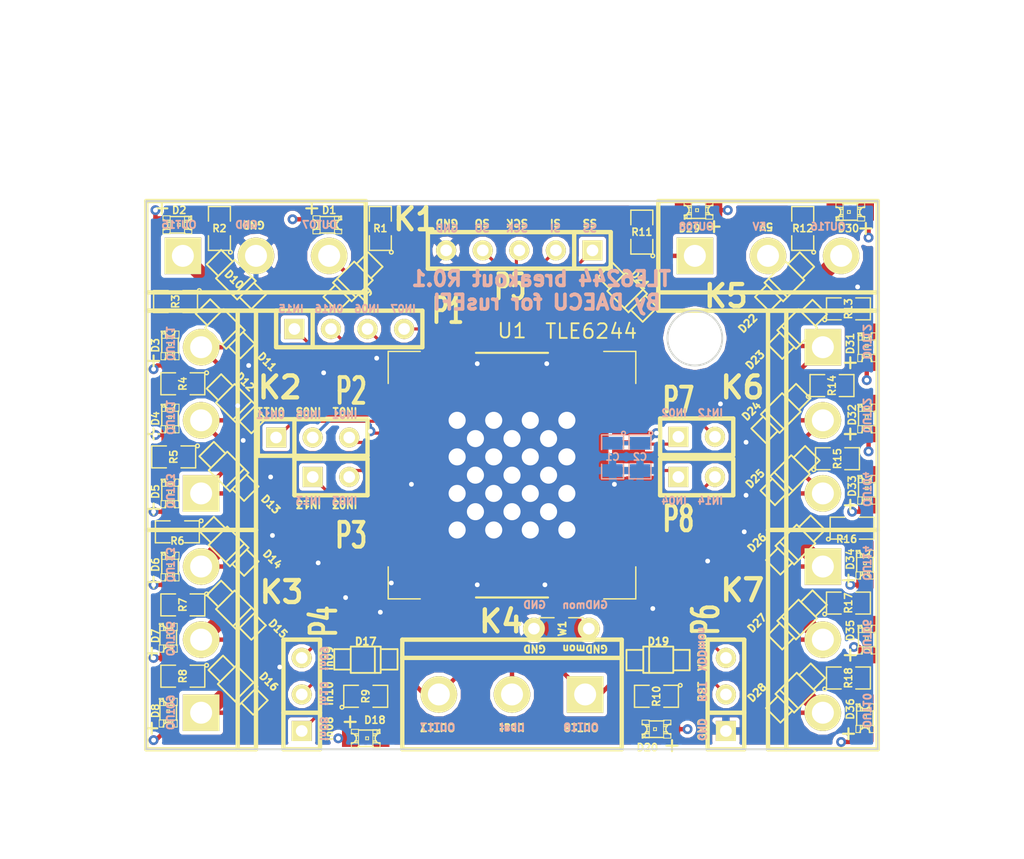
<source format=kicad_pcb>
(kicad_pcb (version 3) (host pcbnew "(2013-07-07 BZR 4022)-stable")
  (title_block (title "Breakout TLE6244") (rev R.01) (company http://rusefi.com/))
  (layers (15 F.Cu signal) (2 PWR power hide) (1 GND power hide) (0 B.Cu signal) (18 B.Paste user) (19 F.Paste user) (20 B.SilkS user hide) (21 F.SilkS user) (22 B.Mask user) (23 F.Mask user) (28 Edge.Cuts user))
  (net 0 "")
  (net 1 /5v)
  (net 2 /GNDmon)
  (net 3 /RST)
  (net 4 /SCK)
  (net 5 /SI)
  (net 6 /SO)
  (net 7 /SS)
  (net 8 /Ubatt)
  (net 9 /VDDmon)
  (net 10 /in01)
  (net 11 /in02)
  (net 12 /in03)
  (net 13 /in04)
  (net 14 /in05)
  (net 15 /in06)
  (net 16 /in07)
  (net 17 /in08)
  (net 18 /in09)
  (net 19 /in10)
  (net 20 /in11)
  (net 21 /in12)
  (net 22 /in13)
  (net 23 /in14)
  (net 24 /in15)
  (net 25 /in16)
  (net 26 /out01)
  (net 27 /out02)
  (net 28 /out03)
  (net 29 /out04)
  (net 30 /out05)
  (net 31 /out06)
  (net 32 /out07)
  (net 33 /out08)
  (net 34 /out09)
  (net 35 /out10)
  (net 36 /out11)
  (net 37 /out12)
  (net 38 /out13)
  (net 39 /out14)
  (net 40 /out15)
  (net 41 /out16)
  (net 42 /out17)
  (net 43 /out18)
  (net 44 GND)
  (net 45 N-0000026)
  (net 46 N-0000028)
  (net 47 N-0000029)
  (net 48 N-0000030)
  (net 49 N-0000033)
  (net 50 N-0000034)
  (net 51 N-0000039)
  (net 52 N-0000040)
  (net 53 N-0000041)
  (net 54 N-0000042)
  (net 55 N-0000043)
  (net 56 N-0000044)
  (net 57 N-0000059)
  (net 58 N-0000060)
  (net 59 N-0000061)
  (net 60 N-0000062)
  (net 61 N-0000063)
  (net 62 N-0000064)
  (net 63 N-0000065)
  (net 64 N-0000066)
  (net 65 N-0000068)
  (net 66 N-0000069)
  (net 67 N-0000070)
  (net 68 N-0000071)
  (net 69 N-0000072)
  (net 70 N-0000073)
  (net 71 N-0000074)
  (net 72 N-0000075)
  (net 73 N-0000076)
  (net 74 N-0000077)
  (net 75 N-0000078)
  (net 76 N-0000079)
  (net 77 N-0000080)
  (net 78 N-0000081)
  (net 79 N-0000083)
  (net 80 N-0000084)
  (module SIL-3 (layer F.Cu) (at 212.217 145.9738)
    (fp_text reference P2 (at 2.667 -3.2258) (layer F.SilkS) (effects (font (size 1.7907 1.07696) (thickness 0.3048))))
    (fp_text value CONN_3 hide)
    (pad 1 thru_hole rect (at -2.54 0) (size 1.397 1.397) (drill 0.8128) (layers *.Cu *.Mask F.SilkS) (net 20 /in11))
    (pad 2 thru_hole circle (at 0 0) (size 1.397 1.397) (drill 0.8128) (layers *.Cu *.Mask F.SilkS) (net 14 /in05))
    (pad 3 thru_hole circle (at 2.54 0) (size 1.397 1.397) (drill 0.8128) (layers *.Cu *.Mask F.SilkS) (net 10 /in01))
  )
  (module SOD-123 (layer F.Cu) (at 206.375 153.543 315)
    (fp_text reference D14 (at 2.783879 -1.526644 315) (layer F.SilkS) (effects (font (size 0.508 0.508) (thickness 0.127))))
    (fp_text value DIODE hide)
    (pad 1 smd rect (at -1.6256 -0.0254 315) (size 0.9652 1.27) (layers F.Cu F.Paste F.Mask) (net 70 N-0000073))
    (pad 2 smd rect (at 1.651 -0.0254 315) (size 0.9652 1.27) (layers F.Cu F.Paste F.Mask) (net 38 /out13))
  )
  (module SOD-123 (layer F.Cu) (at 245.872 158.623 225)
    (fp_text reference D27 (at 2.155261 1.796051 225) (layer F.SilkS) (effects (font (size 0.508 0.508) (thickness 0.127))))
    (fp_text value DIODE hide)
    (pad 1 smd rect (at -1.6256 -0.0254 225) (size 0.9652 1.27) (layers F.Cu F.Paste F.Mask) (net 57 N-0000059))
    (pad 2 smd rect (at 1.651 -0.0254 225) (size 0.9652 1.27) (layers F.Cu F.Paste F.Mask) (net 31 /out06))
  )
  (module SOD-123 (layer F.Cu) (at 245.745 153.416 225)
    (fp_text reference D26 (at 1.796051 1.975656 225) (layer F.SilkS) (effects (font (size 0.508 0.508) (thickness 0.127))))
    (fp_text value DIODE hide)
    (pad 1 smd rect (at -1.6256 -0.0254 225) (size 0.9652 1.27) (layers F.Cu F.Paste F.Mask) (net 61 N-0000063))
    (pad 2 smd rect (at 1.651 -0.0254 225) (size 0.9652 1.27) (layers F.Cu F.Paste F.Mask) (net 39 /out14))
  )
  (module SOD-123 (layer F.Cu) (at 245.364 148.59 225)
    (fp_text reference D25 (at 1.885854 1.526644 225) (layer F.SilkS) (effects (font (size 0.508 0.508) (thickness 0.127))))
    (fp_text value DIODE hide)
    (pad 1 smd rect (at -1.6256 -0.0254 225) (size 0.9652 1.27) (layers F.Cu F.Paste F.Mask) (net 63 N-0000065))
    (pad 2 smd rect (at 1.651 -0.0254 225) (size 0.9652 1.27) (layers F.Cu F.Paste F.Mask) (net 29 /out04))
  )
  (module SOD-123 (layer F.Cu) (at 245.745 163.703 225)
    (fp_text reference D28 (at 1.885854 1.885854 225) (layer F.SilkS) (effects (font (size 0.508 0.508) (thickness 0.127))))
    (fp_text value DIODE hide)
    (pad 1 smd rect (at -1.6256 -0.0254 225) (size 0.9652 1.27) (layers F.Cu F.Paste F.Mask) (net 58 N-0000060))
    (pad 2 smd rect (at 1.651 -0.0254 225) (size 0.9652 1.27) (layers F.Cu F.Paste F.Mask) (net 35 /out10))
  )
  (module SOD-123 (layer F.Cu) (at 244.729 144.272 225)
    (fp_text reference D24 (at 1.347038 1.526644 225) (layer F.SilkS) (effects (font (size 0.508 0.508) (thickness 0.127))))
    (fp_text value DIODE hide)
    (pad 1 smd rect (at -1.6256 -0.0254 225) (size 0.9652 1.27) (layers F.Cu F.Paste F.Mask) (net 75 N-0000078))
    (pad 2 smd rect (at 1.651 -0.0254 225) (size 0.9652 1.27) (layers F.Cu F.Paste F.Mask) (net 27 /out02))
  )
  (module SOD-123 (layer F.Cu) (at 206.883 135.001 315)
    (fp_text reference D10 (at -0.089803 0.089803 315) (layer F.SilkS) (effects (font (size 0.508 0.508) (thickness 0.127))))
    (fp_text value DIODE hide)
    (pad 1 smd rect (at -1.6256 -0.0254 315) (size 0.9652 1.27) (layers F.Cu F.Paste F.Mask) (net 56 N-0000044))
    (pad 2 smd rect (at 1.651 -0.0254 315) (size 0.9652 1.27) (layers F.Cu F.Paste F.Mask) (net 40 /out15))
  )
  (module SOD-123 (layer F.Cu) (at 245.872 138.43 225)
    (fp_text reference D23 (at 3.592102 0.538815 225) (layer F.SilkS) (effects (font (size 0.508 0.508) (thickness 0.127))))
    (fp_text value DIODE hide)
    (pad 1 smd rect (at -1.6256 -0.0254 225) (size 0.9652 1.27) (layers F.Cu F.Paste F.Mask) (net 77 N-0000080))
    (pad 2 smd rect (at 1.651 -0.0254 225) (size 0.9652 1.27) (layers F.Cu F.Paste F.Mask) (net 37 /out12))
  )
  (module SOD-123 (layer F.Cu) (at 207.01 163.195 315)
    (fp_text reference D16 (at 1.347038 -1.706249 315) (layer F.SilkS) (effects (font (size 0.508 0.508) (thickness 0.127))))
    (fp_text value DIODE hide)
    (pad 1 smd rect (at -1.6256 -0.0254 315) (size 0.9652 1.27) (layers F.Cu F.Paste F.Mask) (net 79 N-0000083))
    (pad 2 smd rect (at 1.651 -0.0254 315) (size 0.9652 1.27) (layers F.Cu F.Paste F.Mask) (net 34 /out09))
  )
  (module SOD-123 (layer F.Cu) (at 236.22 161.417 180)
    (fp_text reference D19 (at 0 1.27 180) (layer F.SilkS) (effects (font (size 0.508 0.508) (thickness 0.127))))
    (fp_text value DIODE hide)
    (pad 1 smd rect (at -1.6256 -0.0254 180) (size 0.9652 1.27) (layers F.Cu F.Paste F.Mask) (net 65 N-0000068))
    (pad 2 smd rect (at 1.651 -0.0254 180) (size 0.9652 1.27) (layers F.Cu F.Paste F.Mask) (net 43 /out18))
  )
  (module SOD-123 (layer F.Cu) (at 206.883 157.988 315)
    (fp_text reference D15 (at 2.963485 -1.167433 315) (layer F.SilkS) (effects (font (size 0.508 0.508) (thickness 0.127))))
    (fp_text value DIODE hide)
    (pad 1 smd rect (at -1.6256 -0.0254 315) (size 0.9652 1.27) (layers F.Cu F.Paste F.Mask) (net 69 N-0000072))
    (pad 2 smd rect (at 1.651 -0.0254 315) (size 0.9652 1.27) (layers F.Cu F.Paste F.Mask) (net 30 /out05))
  )
  (module SOD-123 (layer F.Cu) (at 215.011 135.128 225)
    (fp_text reference D9 (at 0 -1.27 225) (layer F.SilkS) (effects (font (size 0.508 0.508) (thickness 0.127))))
    (fp_text value DIODE hide)
    (pad 1 smd rect (at -1.6256 -0.0254 225) (size 0.9652 1.27) (layers F.Cu F.Paste F.Mask) (net 45 N-0000026))
    (pad 2 smd rect (at 1.651 -0.0254 225) (size 0.9652 1.27) (layers F.Cu F.Paste F.Mask) (net 32 /out07))
  )
  (module SOD-123 (layer F.Cu) (at 206.375 148.336 315)
    (fp_text reference D13 (at 3.681905 -0.449013 315) (layer F.SilkS) (effects (font (size 0.508 0.508) (thickness 0.127))))
    (fp_text value DIODE hide)
    (pad 1 smd rect (at -1.6256 -0.0254 315) (size 0.9652 1.27) (layers F.Cu F.Paste F.Mask) (net 72 N-0000075))
    (pad 2 smd rect (at 1.651 -0.0254 315) (size 0.9652 1.27) (layers F.Cu F.Paste F.Mask) (net 28 /out03))
  )
  (module SOD-123 (layer F.Cu) (at 206.883 143.637 315)
    (fp_text reference D12 (at -0.628618 -1.526644 315) (layer F.SilkS) (effects (font (size 0.508 0.508) (thickness 0.127))))
    (fp_text value DIODE hide)
    (pad 1 smd rect (at -1.6256 -0.0254 315) (size 0.9652 1.27) (layers F.Cu F.Paste F.Mask) (net 73 N-0000076))
    (pad 2 smd rect (at 1.651 -0.0254 315) (size 0.9652 1.27) (layers F.Cu F.Paste F.Mask) (net 26 /out01))
  )
  (module SOD-123 (layer F.Cu) (at 206.121 138.43 315)
    (fp_text reference D11 (at 3.681905 -0.449013 315) (layer F.SilkS) (effects (font (size 0.508 0.508) (thickness 0.127))))
    (fp_text value DIODE hide)
    (pad 1 smd rect (at -1.6256 -0.0254 315) (size 0.9652 1.27) (layers F.Cu F.Paste F.Mask) (net 52 N-0000040))
    (pad 2 smd rect (at 1.651 -0.0254 315) (size 0.9652 1.27) (layers F.Cu F.Paste F.Mask) (net 36 /out11))
  )
  (module SOD-123 (layer F.Cu) (at 215.9 161.417)
    (fp_text reference D17 (at 0 -1.27) (layer F.SilkS) (effects (font (size 0.508 0.508) (thickness 0.127))))
    (fp_text value DIODE hide)
    (pad 1 smd rect (at -1.6256 -0.0254) (size 0.9652 1.27) (layers F.Cu F.Paste F.Mask) (net 49 N-0000033))
    (pad 2 smd rect (at 1.651 -0.0254) (size 0.9652 1.27) (layers F.Cu F.Paste F.Mask) (net 42 /out17))
  )
  (module SOD-123 (layer F.Cu) (at 244.983 135.128 225)
    (fp_text reference D22 (at 3.86151 -0.269408 225) (layer F.SilkS) (effects (font (size 0.508 0.508) (thickness 0.127))))
    (fp_text value DIODE hide)
    (pad 1 smd rect (at -1.6256 -0.0254 225) (size 0.9652 1.27) (layers F.Cu F.Paste F.Mask) (net 53 N-0000041))
    (pad 2 smd rect (at 1.651 -0.0254 225) (size 0.9652 1.27) (layers F.Cu F.Paste F.Mask) (net 41 /out16))
  )
  (module SOD-123 (layer F.Cu) (at 234.061 135.89 315)
    (fp_text reference D21 (at 0 -1.27 315) (layer F.SilkS) (effects (font (size 0.508 0.508) (thickness 0.127))))
    (fp_text value DIODE hide)
    (pad 1 smd rect (at -1.6256 -0.0254 315) (size 0.9652 1.27) (layers F.Cu F.Paste F.Mask) (net 46 N-0000028))
    (pad 2 smd rect (at 1.651 -0.0254 315) (size 0.9652 1.27) (layers F.Cu F.Paste F.Mask) (net 33 /out08))
  )
  (module SM0805_jumper (layer F.Cu) (at 229.489 159.258)
    (fp_text reference W1 (at 0.0635 0 90) (layer F.SilkS) (effects (font (size 0.508 0.508) (thickness 0.127))))
    (fp_text value TEST hide)
    (pad 2 smd rect (at 1.27 0) (size 1.524 0.2032) (layers F.Cu F.Paste F.Mask) (net 2 /GNDmon))
    (pad 1 smd rect (at -0.9525 0) (size 0.889 1.397) (layers F.Cu F.Paste F.Mask) (net 44 GND))
    (pad 2 smd rect (at 0.9525 0) (size 0.889 1.397) (layers F.Cu F.Paste F.Mask) (net 2 /GNDmon))
    (pad 2 thru_hole circle (at 1.905 0) (size 1.524 1.524) (drill 0.8128) (layers *.Cu *.Mask F.SilkS) (net 2 /GNDmon))
    (pad 1 thru_hole circle (at -1.905 0) (size 1.524 1.524) (drill 0.8128) (layers *.Cu *.Mask F.SilkS) (net 44 GND))
    (pad 1 smd rect (at -1.27 0) (size 1.524 0.2032) (layers F.Cu F.Paste F.Mask) (net 44 GND))
  )
  (module SM0805 (layer F.Cu) (at 249.428 137.033)
    (fp_text reference R13 (at 0 0 90) (layer F.SilkS) (effects (font (size 0.50038 0.50038) (thickness 0.10922))))
    (fp_text value 1K hide)
    (pad 1 smd rect (at -0.9525 0) (size 0.889 1.397) (layers F.Cu F.Paste F.Mask) (net 77 N-0000080))
    (pad 2 smd rect (at 0.9525 0) (size 0.889 1.397) (layers F.Cu F.Paste F.Mask) (net 78 N-0000081))
  )
  (module SM0805 (layer F.Cu) (at 249.428 157.48)
    (fp_text reference R17 (at 0 0 90) (layer F.SilkS) (effects (font (size 0.50038 0.50038) (thickness 0.10922))))
    (fp_text value 1K hide)
    (pad 1 smd rect (at -0.9525 0) (size 0.889 1.397) (layers F.Cu F.Paste F.Mask) (net 57 N-0000059))
    (pad 2 smd rect (at 0.9525 0) (size 0.889 1.397) (layers F.Cu F.Paste F.Mask) (net 60 N-0000062))
  )
  (module SM0805 (layer F.Cu) (at 215.9 163.957)
    (fp_text reference R9 (at 0 0 90) (layer F.SilkS) (effects (font (size 0.50038 0.50038) (thickness 0.10922))))
    (fp_text value 1K hide)
    (pad 1 smd rect (at -0.9525 0) (size 0.889 1.397) (layers F.Cu F.Paste F.Mask) (net 49 N-0000033))
    (pad 2 smd rect (at 0.9525 0) (size 0.889 1.397) (layers F.Cu F.Paste F.Mask) (net 50 N-0000034))
  )
  (module SM0805 (layer F.Cu) (at 249.428 162.687)
    (fp_text reference R18 (at 0 0 90) (layer F.SilkS) (effects (font (size 0.50038 0.50038) (thickness 0.10922))))
    (fp_text value 1K hide)
    (pad 1 smd rect (at -0.9525 0) (size 0.889 1.397) (layers F.Cu F.Paste F.Mask) (net 58 N-0000060))
    (pad 2 smd rect (at 0.9525 0) (size 0.889 1.397) (layers F.Cu F.Paste F.Mask) (net 59 N-0000061))
  )
  (module SM0805 (layer F.Cu) (at 249.682 152.273)
    (fp_text reference R16 (at -0.381 0.762) (layer F.SilkS) (effects (font (size 0.50038 0.50038) (thickness 0.10922))))
    (fp_text value 1K hide)
    (pad 1 smd rect (at -0.9525 0) (size 0.889 1.397) (layers F.Cu F.Paste F.Mask) (net 61 N-0000063))
    (pad 2 smd rect (at 0.9525 0) (size 0.889 1.397) (layers F.Cu F.Paste F.Mask) (net 62 N-0000064))
  )
  (module SM0805 (layer F.Cu) (at 248.666 147.447)
    (fp_text reference R15 (at 0 0 90) (layer F.SilkS) (effects (font (size 0.50038 0.50038) (thickness 0.10922))))
    (fp_text value 1K hide)
    (pad 1 smd rect (at -0.9525 0) (size 0.889 1.397) (layers F.Cu F.Paste F.Mask) (net 63 N-0000065))
    (pad 2 smd rect (at 0.9525 0) (size 0.889 1.397) (layers F.Cu F.Paste F.Mask) (net 64 N-0000066))
  )
  (module SM0805 (layer F.Cu) (at 205.74 131.445 90)
    (fp_text reference R2 (at 0 0 180) (layer F.SilkS) (effects (font (size 0.50038 0.50038) (thickness 0.10922))))
    (fp_text value 1K hide)
    (pad 1 smd rect (at -0.9525 0 90) (size 0.889 1.397) (layers F.Cu F.Paste F.Mask) (net 56 N-0000044))
    (pad 2 smd rect (at 0.9525 0 90) (size 0.889 1.397) (layers F.Cu F.Paste F.Mask) (net 55 N-0000043))
  )
  (module SM0805 (layer B.Cu) (at 233.045 147.32 270)
    (fp_text reference C1 (at 0 0 540) (layer B.SilkS) (effects (font (size 0.50038 0.50038) (thickness 0.10922)) (justify mirror)))
    (fp_text value 1uF hide)
    (pad 1 smd rect (at -0.9525 0 270) (size 0.889 1.397) (layers B.Cu B.Paste B.Mask) (net 1 /5v))
    (pad 2 smd rect (at 0.9525 0 270) (size 0.889 1.397) (layers B.Cu B.Paste B.Mask) (net 44 GND))
  )
  (module SM0805 (layer F.Cu) (at 248.285 142.367)
    (fp_text reference R14 (at 0 0 90) (layer F.SilkS) (effects (font (size 0.50038 0.50038) (thickness 0.10922))))
    (fp_text value 1K hide)
    (pad 1 smd rect (at -0.9525 0) (size 0.889 1.397) (layers F.Cu F.Paste F.Mask) (net 75 N-0000078))
    (pad 2 smd rect (at 0.9525 0) (size 0.889 1.397) (layers F.Cu F.Paste F.Mask) (net 76 N-0000079))
  )
  (module SM0805 (layer F.Cu) (at 246.253 131.445 90)
    (fp_text reference R12 (at 0 0 180) (layer F.SilkS) (effects (font (size 0.50038 0.50038) (thickness 0.10922))))
    (fp_text value 1K hide)
    (pad 1 smd rect (at -0.9525 0 90) (size 0.889 1.397) (layers F.Cu F.Paste F.Mask) (net 53 N-0000041))
    (pad 2 smd rect (at 0.9525 0 90) (size 0.889 1.397) (layers F.Cu F.Paste F.Mask) (net 54 N-0000042))
  )
  (module SM0805 (layer F.Cu) (at 236.093 163.957 180)
    (fp_text reference R10 (at 0 0 270) (layer F.SilkS) (effects (font (size 0.50038 0.50038) (thickness 0.10922))))
    (fp_text value 1K hide)
    (pad 1 smd rect (at -0.9525 0 180) (size 0.889 1.397) (layers F.Cu F.Paste F.Mask) (net 65 N-0000068))
    (pad 2 smd rect (at 0.9525 0 180) (size 0.889 1.397) (layers F.Cu F.Paste F.Mask) (net 66 N-0000069))
  )
  (module SM0805 (layer B.Cu) (at 234.95 147.32 270)
    (fp_text reference C2 (at 0 0 540) (layer B.SilkS) (effects (font (size 0.50038 0.50038) (thickness 0.10922)) (justify mirror)))
    (fp_text value .01uF hide)
    (pad 1 smd rect (at -0.9525 0 270) (size 0.889 1.397) (layers B.Cu B.Paste B.Mask) (net 1 /5v))
    (pad 2 smd rect (at 0.9525 0 270) (size 0.889 1.397) (layers B.Cu B.Paste B.Mask) (net 44 GND))
  )
  (module SM0805 (layer F.Cu) (at 203.2 162.56 180)
    (fp_text reference R8 (at 0 0 270) (layer F.SilkS) (effects (font (size 0.50038 0.50038) (thickness 0.10922))))
    (fp_text value 1K hide)
    (pad 1 smd rect (at -0.9525 0 180) (size 0.889 1.397) (layers F.Cu F.Paste F.Mask) (net 79 N-0000083))
    (pad 2 smd rect (at 0.9525 0 180) (size 0.889 1.397) (layers F.Cu F.Paste F.Mask) (net 80 N-0000084))
  )
  (module SM0805 (layer F.Cu) (at 202.692 136.525 180)
    (fp_text reference R3 (at 0 0 270) (layer F.SilkS) (effects (font (size 0.50038 0.50038) (thickness 0.10922))))
    (fp_text value 1K hide)
    (pad 1 smd rect (at -0.9525 0 180) (size 0.889 1.397) (layers F.Cu F.Paste F.Mask) (net 52 N-0000040))
    (pad 2 smd rect (at 0.9525 0 180) (size 0.889 1.397) (layers F.Cu F.Paste F.Mask) (net 51 N-0000039))
  )
  (module SM0805 (layer F.Cu) (at 216.916 131.445 90)
    (fp_text reference R1 (at 0 0 180) (layer F.SilkS) (effects (font (size 0.50038 0.50038) (thickness 0.10922))))
    (fp_text value 1K hide)
    (pad 1 smd rect (at -0.9525 0 90) (size 0.889 1.397) (layers F.Cu F.Paste F.Mask) (net 45 N-0000026))
    (pad 2 smd rect (at 0.9525 0 90) (size 0.889 1.397) (layers F.Cu F.Paste F.Mask) (net 48 N-0000030))
  )
  (module SM0805 (layer F.Cu) (at 203.2 157.607 180)
    (fp_text reference R7 (at 0 0 270) (layer F.SilkS) (effects (font (size 0.50038 0.50038) (thickness 0.10922))))
    (fp_text value 1K hide)
    (pad 1 smd rect (at -0.9525 0 180) (size 0.889 1.397) (layers F.Cu F.Paste F.Mask) (net 69 N-0000072))
    (pad 2 smd rect (at 0.9525 0 180) (size 0.889 1.397) (layers F.Cu F.Paste F.Mask) (net 68 N-0000071))
  )
  (module SM0805 (layer F.Cu) (at 202.819 152.527 180)
    (fp_text reference R6 (at 0 -0.635 180) (layer F.SilkS) (effects (font (size 0.50038 0.50038) (thickness 0.10922))))
    (fp_text value 1K hide)
    (pad 1 smd rect (at -0.9525 0 180) (size 0.889 1.397) (layers F.Cu F.Paste F.Mask) (net 70 N-0000073))
    (pad 2 smd rect (at 0.9525 0 180) (size 0.889 1.397) (layers F.Cu F.Paste F.Mask) (net 71 N-0000074))
  )
  (module SM0805 (layer F.Cu) (at 235.077 131.699 90)
    (fp_text reference R11 (at 0 0 180) (layer F.SilkS) (effects (font (size 0.50038 0.50038) (thickness 0.10922))))
    (fp_text value 1K hide)
    (pad 1 smd rect (at -0.9525 0 90) (size 0.889 1.397) (layers F.Cu F.Paste F.Mask) (net 46 N-0000028))
    (pad 2 smd rect (at 0.9525 0 90) (size 0.889 1.397) (layers F.Cu F.Paste F.Mask) (net 47 N-0000029))
  )
  (module SM0805 (layer F.Cu) (at 202.565 147.32 180)
    (fp_text reference R5 (at 0 0 270) (layer F.SilkS) (effects (font (size 0.50038 0.50038) (thickness 0.10922))))
    (fp_text value 1K hide)
    (pad 1 smd rect (at -0.9525 0 180) (size 0.889 1.397) (layers F.Cu F.Paste F.Mask) (net 72 N-0000075))
    (pad 2 smd rect (at 0.9525 0 180) (size 0.889 1.397) (layers F.Cu F.Paste F.Mask) (net 67 N-0000070))
  )
  (module SM0805 (layer F.Cu) (at 203.2 142.24 180)
    (fp_text reference R4 (at 0 0 270) (layer F.SilkS) (effects (font (size 0.50038 0.50038) (thickness 0.10922))))
    (fp_text value 1K hide)
    (pad 1 smd rect (at -0.9525 0 180) (size 0.889 1.397) (layers F.Cu F.Paste F.Mask) (net 73 N-0000076))
    (pad 2 smd rect (at 0.9525 0 180) (size 0.889 1.397) (layers F.Cu F.Paste F.Mask) (net 74 N-0000077))
  )
  (module LED-0805_A (layer F.Cu) (at 215.9 166.878)
    (fp_text reference D18 (at 0.635 -1.27) (layer F.SilkS) (effects (font (size 0.508 0.508) (thickness 0.10922))))
    (fp_text value LED-red hide)
    (pad 1 smd rect (at -1.04902 0) (size 1.19888 1.19888) (layers F.Cu F.Paste F.Mask) (net 1 /5v))
    (pad 2 smd rect (at 1.04902 0) (size 1.19888 1.19888) (layers F.Cu F.Paste F.Mask) (net 50 N-0000034))
  )
  (module LED-0805_A (layer F.Cu) (at 239.014 130.175 180)
    (fp_text reference D29 (at 0.635 -1.27 180) (layer F.SilkS) (effects (font (size 0.508 0.508) (thickness 0.10922))))
    (fp_text value LED-red hide)
    (pad 1 smd rect (at -1.04902 0 180) (size 1.19888 1.19888) (layers F.Cu F.Paste F.Mask) (net 1 /5v))
    (pad 2 smd rect (at 1.04902 0 180) (size 1.19888 1.19888) (layers F.Cu F.Paste F.Mask) (net 47 N-0000029))
  )
  (module LED-0805_A (layer F.Cu) (at 202.311 149.86 90)
    (fp_text reference D5 (at 0.127 -1.016 90) (layer F.SilkS) (effects (font (size 0.508 0.508) (thickness 0.10922))))
    (fp_text value LED-red hide)
    (pad 1 smd rect (at -1.04902 0 90) (size 1.19888 1.19888) (layers F.Cu F.Paste F.Mask) (net 1 /5v))
    (pad 2 smd rect (at 1.04902 0 90) (size 1.19888 1.19888) (layers F.Cu F.Paste F.Mask) (net 67 N-0000070))
  )
  (module LED-0805_A (layer F.Cu) (at 202.311 154.94 90)
    (fp_text reference D6 (at 0.127 -1.016 90) (layer F.SilkS) (effects (font (size 0.508 0.508) (thickness 0.10922))))
    (fp_text value LED-red hide)
    (pad 1 smd rect (at -1.04902 0 90) (size 1.19888 1.19888) (layers F.Cu F.Paste F.Mask) (net 1 /5v))
    (pad 2 smd rect (at 1.04902 0 90) (size 1.19888 1.19888) (layers F.Cu F.Paste F.Mask) (net 71 N-0000074))
  )
  (module LED-0805_A (layer F.Cu) (at 213.233 131.191)
    (fp_text reference D1 (at 0.127 -1.016) (layer F.SilkS) (effects (font (size 0.508 0.508) (thickness 0.10922))))
    (fp_text value LED-red hide)
    (pad 1 smd rect (at -1.04902 0) (size 1.19888 1.19888) (layers F.Cu F.Paste F.Mask) (net 1 /5v))
    (pad 2 smd rect (at 1.04902 0) (size 1.19888 1.19888) (layers F.Cu F.Paste F.Mask) (net 48 N-0000030))
  )
  (module LED-0805_A (layer F.Cu) (at 202.184 159.893 90)
    (fp_text reference D7 (at 0.127 -0.889 90) (layer F.SilkS) (effects (font (size 0.508 0.508) (thickness 0.10922))))
    (fp_text value LED-red hide)
    (pad 1 smd rect (at -1.04902 0 90) (size 1.19888 1.19888) (layers F.Cu F.Paste F.Mask) (net 1 /5v))
    (pad 2 smd rect (at 1.04902 0 90) (size 1.19888 1.19888) (layers F.Cu F.Paste F.Mask) (net 68 N-0000071))
  )
  (module LED-0805_A (layer F.Cu) (at 202.311 144.653 90)
    (fp_text reference D4 (at 0 -1.016 90) (layer F.SilkS) (effects (font (size 0.508 0.508) (thickness 0.10922))))
    (fp_text value LED-red hide)
    (pad 1 smd rect (at -1.04902 0 90) (size 1.19888 1.19888) (layers F.Cu F.Paste F.Mask) (net 1 /5v))
    (pad 2 smd rect (at 1.04902 0 90) (size 1.19888 1.19888) (layers F.Cu F.Paste F.Mask) (net 74 N-0000077))
  )
  (module LED-0805_A (layer F.Cu) (at 202.311 139.573 90)
    (fp_text reference D3 (at 0 -1.016 90) (layer F.SilkS) (effects (font (size 0.508 0.508) (thickness 0.10922))))
    (fp_text value LED-red hide)
    (pad 1 smd rect (at -1.04902 0 90) (size 1.19888 1.19888) (layers F.Cu F.Paste F.Mask) (net 1 /5v))
    (pad 2 smd rect (at 1.04902 0 90) (size 1.19888 1.19888) (layers F.Cu F.Paste F.Mask) (net 51 N-0000039))
  )
  (module LED-0805_A (layer F.Cu) (at 249.555 130.302 180)
    (fp_text reference D30 (at 0.127 -1.143 180) (layer F.SilkS) (effects (font (size 0.508 0.508) (thickness 0.10922))))
    (fp_text value LED-red hide)
    (pad 1 smd rect (at -1.04902 0 180) (size 1.19888 1.19888) (layers F.Cu F.Paste F.Mask) (net 1 /5v))
    (pad 2 smd rect (at 1.04902 0 180) (size 1.19888 1.19888) (layers F.Cu F.Paste F.Mask) (net 54 N-0000042))
  )
  (module LED-0805_A (layer F.Cu) (at 202.819 131.191)
    (fp_text reference D2 (at 0.127 -1.016) (layer F.SilkS) (effects (font (size 0.508 0.508) (thickness 0.10922))))
    (fp_text value LED-red hide)
    (pad 1 smd rect (at -1.04902 0) (size 1.19888 1.19888) (layers F.Cu F.Paste F.Mask) (net 1 /5v))
    (pad 2 smd rect (at 1.04902 0) (size 1.19888 1.19888) (layers F.Cu F.Paste F.Mask) (net 55 N-0000043))
  )
  (module LED-0805_A (layer F.Cu) (at 250.698 160.02 90)
    (fp_text reference D35 (at 0.635 -1.143 90) (layer F.SilkS) (effects (font (size 0.508 0.508) (thickness 0.10922))))
    (fp_text value LED-red hide)
    (pad 1 smd rect (at -1.04902 0 90) (size 1.19888 1.19888) (layers F.Cu F.Paste F.Mask) (net 1 /5v))
    (pad 2 smd rect (at 1.04902 0 90) (size 1.19888 1.19888) (layers F.Cu F.Paste F.Mask) (net 60 N-0000062))
  )
  (module LED-0805_A (layer F.Cu) (at 202.184 165.1 90)
    (fp_text reference D8 (at 0.127 -0.889 90) (layer F.SilkS) (effects (font (size 0.508 0.508) (thickness 0.10922))))
    (fp_text value LED-red hide)
    (pad 1 smd rect (at -1.04902 0 90) (size 1.19888 1.19888) (layers F.Cu F.Paste F.Mask) (net 1 /5v))
    (pad 2 smd rect (at 1.04902 0 90) (size 1.19888 1.19888) (layers F.Cu F.Paste F.Mask) (net 80 N-0000084))
  )
  (module LED-0805_A (layer F.Cu) (at 236.093 166.243 180)
    (fp_text reference D20 (at 0.635 -1.27 180) (layer F.SilkS) (effects (font (size 0.508 0.508) (thickness 0.10922))))
    (fp_text value LED-red hide)
    (pad 1 smd rect (at -1.04902 0 180) (size 1.19888 1.19888) (layers F.Cu F.Paste F.Mask) (net 1 /5v))
    (pad 2 smd rect (at 1.04902 0 180) (size 1.19888 1.19888) (layers F.Cu F.Paste F.Mask) (net 66 N-0000069))
  )
  (module LED-0805_A (layer F.Cu) (at 250.698 139.7 90)
    (fp_text reference D31 (at 0.254 -1.143 90) (layer F.SilkS) (effects (font (size 0.508 0.508) (thickness 0.10922))))
    (fp_text value LED-red hide)
    (pad 1 smd rect (at -1.04902 0 90) (size 1.19888 1.19888) (layers F.Cu F.Paste F.Mask) (net 1 /5v))
    (pad 2 smd rect (at 1.04902 0 90) (size 1.19888 1.19888) (layers F.Cu F.Paste F.Mask) (net 78 N-0000081))
  )
  (module LED-0805_A (layer F.Cu) (at 250.698 144.653 90)
    (fp_text reference D32 (at 0.254 -1.016 90) (layer F.SilkS) (effects (font (size 0.508 0.508) (thickness 0.10922))))
    (fp_text value LED-red hide)
    (pad 1 smd rect (at -1.04902 0 90) (size 1.19888 1.19888) (layers F.Cu F.Paste F.Mask) (net 1 /5v))
    (pad 2 smd rect (at 1.04902 0 90) (size 1.19888 1.19888) (layers F.Cu F.Paste F.Mask) (net 76 N-0000079))
  )
  (module LED-0805_A (layer F.Cu) (at 250.698 149.606 90)
    (fp_text reference D33 (at 0.254 -1.016 90) (layer F.SilkS) (effects (font (size 0.508 0.508) (thickness 0.10922))))
    (fp_text value LED-red hide)
    (pad 1 smd rect (at -1.04902 0 90) (size 1.19888 1.19888) (layers F.Cu F.Paste F.Mask) (net 1 /5v))
    (pad 2 smd rect (at 1.04902 0 90) (size 1.19888 1.19888) (layers F.Cu F.Paste F.Mask) (net 64 N-0000066))
  )
  (module LED-0805_A (layer F.Cu) (at 250.571 165.481 90)
    (fp_text reference D36 (at 0.635 -1.016 90) (layer F.SilkS) (effects (font (size 0.508 0.508) (thickness 0.10922))))
    (fp_text value LED-red hide)
    (pad 1 smd rect (at -1.04902 0 90) (size 1.19888 1.19888) (layers F.Cu F.Paste F.Mask) (net 1 /5v))
    (pad 2 smd rect (at 1.04902 0 90) (size 1.19888 1.19888) (layers F.Cu F.Paste F.Mask) (net 59 N-0000061))
  )
  (module LED-0805_A (layer F.Cu) (at 250.571 154.813 90)
    (fp_text reference D34 (at 0.381 -1.016 90) (layer F.SilkS) (effects (font (size 0.508 0.508) (thickness 0.10922))))
    (fp_text value LED-red hide)
    (pad 1 smd rect (at -1.04902 0 90) (size 1.19888 1.19888) (layers F.Cu F.Paste F.Mask) (net 1 /5v))
    (pad 2 smd rect (at 1.04902 0 90) (size 1.19888 1.19888) (layers F.Cu F.Paste F.Mask) (net 62 N-0000064))
  )
  (module HiQUAD64 (layer F.Cu) (at 226.06 148.59)
    (fp_text reference U1 (at 0 -10.033) (layer F.SilkS) (effects (font (size 1.016 1.016) (thickness 0.127))))
    (fp_text value TLE6244 (at 5.5 -10) (layer F.SilkS) (effects (font (size 1.016 1.016) (thickness 0.127))))
    (pad 1 smd rect (at -8.09752 -6.17474 90) (size 0.29972 2.286) (layers F.Cu F.Paste F.Mask) (net 24 /in15))
    (pad 2 smd rect (at -8.09752 -5.5245 90) (size 0.29972 2.286) (layers F.Cu F.Paste F.Mask) (net 40 /out15))
    (pad 3 smd rect (at -8.09752 -4.87426 90) (size 0.29972 2.286) (layers F.Cu F.Paste F.Mask) (net 40 /out15))
    (pad 4 smd rect (at -8.09752 -4.22402 90) (size 0.29972 2.286) (layers F.Cu F.Paste F.Mask) (net 36 /out11))
    (pad 5 smd rect (at -8.09752 -3.57378 90) (size 0.29972 2.286) (layers F.Cu F.Paste F.Mask) (net 20 /in11))
    (pad 6 smd rect (at -8.09752 -2.92354 90) (size 0.29972 2.286) (layers F.Cu F.Paste F.Mask) (net 14 /in05))
    (pad 7 smd rect (at -8.09752 -2.2733 90) (size 0.29972 2.286) (layers F.Cu F.Paste F.Mask) (net 10 /in01))
    (pad 8 smd rect (at -8.09752 -1.62306 90) (size 0.29972 2.286) (layers F.Cu F.Paste F.Mask) (net 26 /out01))
    (pad 9 smd rect (at -8.09752 -0.97282 90) (size 0.29972 2.286) (layers F.Cu F.Paste F.Mask) (net 28 /out03))
    (pad 10 smd rect (at -8.09752 -0.32258 90) (size 0.29972 2.286) (layers F.Cu F.Paste F.Mask) (net 12 /in03))
    (pad 11 smd rect (at -8.09752 0.32258 90) (size 0.29972 2.286) (layers F.Cu F.Paste F.Mask) (net 44 GND))
    (pad 12 smd rect (at -8.09752 0.97282 90) (size 0.29972 2.286) (layers F.Cu F.Paste F.Mask) (net 44 GND))
    (pad 13 smd rect (at -8.09752 1.62306 90) (size 0.29972 2.286) (layers F.Cu F.Paste F.Mask) (net 22 /in13))
    (pad 14 smd rect (at -8.09752 2.2733 90) (size 0.29972 2.286) (layers F.Cu F.Paste F.Mask) (net 38 /out13))
    (pad 15 smd rect (at -8.09752 2.92354 90) (size 0.29972 2.286) (layers F.Cu F.Paste F.Mask) (net 38 /out13))
    (pad 16 smd rect (at -8.09752 3.57378 90) (size 0.29972 2.286) (layers F.Cu F.Paste F.Mask) (net 30 /out05))
    (pad 17 smd rect (at -8.09752 4.22402 90) (size 0.29972 2.286) (layers F.Cu F.Paste F.Mask) (net 30 /out05))
    (pad 18 smd rect (at -8.09752 4.87426 90) (size 0.29972 2.286) (layers F.Cu F.Paste F.Mask) (net 34 /out09))
    (pad 19 smd rect (at -8.09752 5.5245 90) (size 0.29972 2.286) (layers F.Cu F.Paste F.Mask) (net 34 /out09))
    (pad 20 smd rect (at -8.09752 6.17474 90) (size 0.29972 2.286) (layers F.Cu F.Paste F.Mask) (net 18 /in09))
    (pad 21 smd rect (at -6.07378 8.09752 180) (size 0.29972 2.286) (layers F.Cu F.Paste F.Mask))
    (pad 22 smd rect (at -5.42354 8.09752 180) (size 0.29972 2.286) (layers F.Cu F.Paste F.Mask) (net 17 /in08))
    (pad 23 smd rect (at -4.7733 8.09752 180) (size 0.29972 2.286) (layers F.Cu F.Paste F.Mask) (net 8 /Ubatt))
    (pad 24 smd rect (at -4.12306 8.09752 180) (size 0.29972 2.286) (layers F.Cu F.Paste F.Mask))
    (pad 25 smd rect (at -3.47282 8.09752 180) (size 0.29972 2.286) (layers F.Cu F.Paste F.Mask) (net 42 /out17))
    (pad 26 smd rect (at -2.82258 8.09752 180) (size 0.29972 2.286) (layers F.Cu F.Paste F.Mask) (net 44 GND))
    (pad 27 smd rect (at 2.82258 8.09752 180) (size 0.29972 2.286) (layers F.Cu F.Paste F.Mask) (net 44 GND))
    (pad 28 smd rect (at 3.47282 8.09752 180) (size 0.29972 2.286) (layers F.Cu F.Paste F.Mask) (net 43 /out18))
    (pad 29 smd rect (at 4.12306 8.09752 180) (size 0.29972 2.286) (layers F.Cu F.Paste F.Mask) (net 2 /GNDmon))
    (pad 30 smd rect (at 4.7733 8.09752 180) (size 0.29972 2.286) (layers F.Cu F.Paste F.Mask) (net 9 /VDDmon))
    (pad 31 smd rect (at 5.42354 8.09752 180) (size 0.29972 2.286) (layers F.Cu F.Paste F.Mask) (net 3 /RST))
    (pad 32 smd rect (at 6.07378 8.09752 180) (size 0.29972 2.286) (layers F.Cu F.Paste F.Mask))
    (pad 33 smd rect (at 8.09752 6.17474 270) (size 0.29972 2.286) (layers F.Cu F.Paste F.Mask) (net 19 /in10))
    (pad 34 smd rect (at 8.09752 5.5245 270) (size 0.29972 2.286) (layers F.Cu F.Paste F.Mask) (net 35 /out10))
    (pad 35 smd rect (at 8.09752 4.87426 270) (size 0.29972 2.286) (layers F.Cu F.Paste F.Mask) (net 35 /out10))
    (pad 36 smd rect (at 8.09752 4.22402 270) (size 0.29972 2.286) (layers F.Cu F.Paste F.Mask) (net 31 /out06))
    (pad 37 smd rect (at 8.09752 3.57378 270) (size 0.29972 2.286) (layers F.Cu F.Paste F.Mask) (net 31 /out06))
    (pad 38 smd rect (at 8.09752 2.92354 270) (size 0.29972 2.286) (layers F.Cu F.Paste F.Mask) (net 39 /out14))
    (pad 39 smd rect (at 8.09752 2.2733 270) (size 0.29972 2.286) (layers F.Cu F.Paste F.Mask) (net 39 /out14))
    (pad 40 smd rect (at 8.09752 1.62306 270) (size 0.29972 2.286) (layers F.Cu F.Paste F.Mask) (net 23 /in14))
    (pad 41 smd rect (at 8.09752 0.97282 270) (size 0.29972 2.286) (layers F.Cu F.Paste F.Mask) (net 44 GND))
    (pad 42 smd rect (at 8.09752 0.32258 270) (size 0.29972 2.286) (layers F.Cu F.Paste F.Mask) (net 44 GND))
    (pad 43 smd rect (at 8.09752 -0.32258 270) (size 0.29972 2.286) (layers F.Cu F.Paste F.Mask) (net 13 /in04))
    (pad 44 smd rect (at 8.09752 -0.97282 270) (size 0.29972 2.286) (layers F.Cu F.Paste F.Mask) (net 29 /out04))
    (pad 45 smd rect (at 8.09752 -1.62306 270) (size 0.29972 2.286) (layers F.Cu F.Paste F.Mask) (net 27 /out02))
    (pad 46 smd rect (at 8.09752 -2.2733 270) (size 0.29972 2.286) (layers F.Cu F.Paste F.Mask) (net 11 /in02))
    (pad 47 smd rect (at 8.09752 -2.92354 270) (size 0.29972 2.286) (layers F.Cu F.Paste F.Mask) (net 1 /5v))
    (pad 48 smd rect (at 8.09752 -3.57378 270) (size 0.29972 2.286) (layers F.Cu F.Paste F.Mask) (net 21 /in12))
    (pad 49 smd rect (at 8.09752 -4.22402 270) (size 0.29972 2.286) (layers F.Cu F.Paste F.Mask) (net 37 /out12))
    (pad 50 smd rect (at 8.09752 -4.87426 270) (size 0.29972 2.286) (layers F.Cu F.Paste F.Mask) (net 41 /out16))
    (pad 51 smd rect (at 8.09752 -5.5245 270) (size 0.29972 2.286) (layers F.Cu F.Paste F.Mask) (net 41 /out16))
    (pad 52 smd rect (at 8.09752 -6.17474 270) (size 0.29972 2.286) (layers F.Cu F.Paste F.Mask))
    (pad 53 smd rect (at 6.07378 -8.09752) (size 0.29972 2.286) (layers F.Cu F.Paste F.Mask) (net 6 /SO))
    (pad 54 smd rect (at 5.42354 -8.09752) (size 0.29972 2.286) (layers F.Cu F.Paste F.Mask) (net 4 /SCK))
    (pad 55 smd rect (at 4.7733 -8.09752) (size 0.29972 2.286) (layers F.Cu F.Paste F.Mask) (net 5 /SI))
    (pad 56 smd rect (at 4.12306 -8.09752) (size 0.29972 2.286) (layers F.Cu F.Paste F.Mask) (net 7 /SS))
    (pad 57 smd rect (at 3.47282 -8.09752) (size 0.29972 2.286) (layers F.Cu F.Paste F.Mask) (net 33 /out08))
    (pad 58 smd rect (at 2.82258 -8.09752) (size 0.29972 2.286) (layers F.Cu F.Paste F.Mask) (net 44 GND))
    (pad 59 smd rect (at -2.82258 -8.09752) (size 0.29972 2.286) (layers F.Cu F.Paste F.Mask) (net 44 GND))
    (pad 60 smd rect (at -3.47282 -8.09752) (size 0.29972 2.286) (layers F.Cu F.Paste F.Mask) (net 32 /out07))
    (pad 61 smd rect (at -4.12306 -8.09752) (size 0.29972 2.286) (layers F.Cu F.Paste F.Mask) (net 16 /in07))
    (pad 62 smd rect (at -4.7733 -8.09752) (size 0.29972 2.286) (layers F.Cu F.Paste F.Mask) (net 25 /in16))
    (pad 63 smd rect (at -5.42354 -8.09752) (size 0.29972 2.286) (layers F.Cu F.Paste F.Mask) (net 15 /in06))
    (pad 64 smd rect (at -6.07378 -8.09752) (size 0.29972 2.286) (layers F.Cu F.Paste F.Mask) (net 15 /in06))
    (pad slug smd rect (at 0 0 270) (size 9.5 9.5) (layers F.Cu F.Paste F.Mask) (net 44 GND))
  )
  (module bornier3 (layer F.Cu) (at 243.84 133.35)
    (fp_text reference K5 (at -2.921 2.794) (layer F.SilkS) (effects (font (size 1.524 1.524) (thickness 0.3048))))
    (fp_text value CONN_3 hide)
    (pad 1 thru_hole rect (at -5.08 0) (size 2.54 2.54) (drill 1.524) (layers *.Cu *.Mask F.SilkS) (net 33 /out08))
    (pad 2 thru_hole circle (at 0 0) (size 2.54 2.54) (drill 1.524) (layers *.Cu *.Mask F.SilkS) (net 1 /5v))
    (pad 3 thru_hole circle (at 5.08 0) (size 2.54 2.54) (drill 1.524) (layers *.Cu *.Mask F.SilkS) (net 41 /out16))
  )
  (module bornier3 (layer F.Cu) (at 247.65 144.78 270)
    (fp_text reference K6 (at -2.286 5.588 360) (layer F.SilkS) (effects (font (size 1.524 1.524) (thickness 0.3048))))
    (fp_text value CONN_3 hide)
    (pad 1 thru_hole rect (at -5.08 0 270) (size 2.54 2.54) (drill 1.524) (layers *.Cu *.Mask F.SilkS) (net 37 /out12))
    (pad 2 thru_hole circle (at 0 0 270) (size 2.54 2.54) (drill 1.524) (layers *.Cu *.Mask F.SilkS) (net 27 /out02))
    (pad 3 thru_hole circle (at 5.08 0 270) (size 2.54 2.54) (drill 1.524) (layers *.Cu *.Mask F.SilkS) (net 29 /out04))
  )
  (module bornier3 (layer F.Cu) (at 208.28 133.35)
    (fp_text reference K1 (at 11.049 -2.54) (layer F.SilkS) (effects (font (size 1.524 1.524) (thickness 0.3048))))
    (fp_text value CONN_3 hide)
    (pad 1 thru_hole rect (at -5.08 0) (size 2.54 2.54) (drill 1.524) (layers *.Cu *.Mask F.SilkS) (net 40 /out15))
    (pad 2 thru_hole circle (at 0 0) (size 2.54 2.54) (drill 1.524) (layers *.Cu *.Mask F.SilkS) (net 44 GND))
    (pad 3 thru_hole circle (at 5.08 0) (size 2.54 2.54) (drill 1.524) (layers *.Cu *.Mask F.SilkS) (net 32 /out07))
  )
  (module bornier3 (layer F.Cu) (at 226.06 163.83 180)
    (fp_text reference K4 (at 0.762 5.08 180) (layer F.SilkS) (effects (font (size 1.524 1.524) (thickness 0.3048))))
    (fp_text value CONN_3 hide)
    (pad 1 thru_hole rect (at -5.08 0 180) (size 2.54 2.54) (drill 1.524) (layers *.Cu *.Mask F.SilkS) (net 43 /out18))
    (pad 2 thru_hole circle (at 0 0 180) (size 2.54 2.54) (drill 1.524) (layers *.Cu *.Mask F.SilkS) (net 8 /Ubatt))
    (pad 3 thru_hole circle (at 5.08 0 180) (size 2.54 2.54) (drill 1.524) (layers *.Cu *.Mask F.SilkS) (net 42 /out17))
  )
  (module bornier3 (layer F.Cu) (at 247.65 160.02 270)
    (fp_text reference K7 (at -3.429 5.588 360) (layer F.SilkS) (effects (font (size 1.524 1.524) (thickness 0.3048))))
    (fp_text value CONN_3 hide)
    (pad 1 thru_hole rect (at -5.08 0 270) (size 2.54 2.54) (drill 1.524) (layers *.Cu *.Mask F.SilkS) (net 39 /out14))
    (pad 2 thru_hole circle (at 0 0 270) (size 2.54 2.54) (drill 1.524) (layers *.Cu *.Mask F.SilkS) (net 31 /out06))
    (pad 3 thru_hole circle (at 5.08 0 270) (size 2.54 2.54) (drill 1.524) (layers *.Cu *.Mask F.SilkS) (net 35 /out10))
  )
  (module bornier3 (layer F.Cu) (at 204.47 160.02 90)
    (fp_text reference K3 (at 3.302 5.588 180) (layer F.SilkS) (effects (font (size 1.524 1.524) (thickness 0.3048))))
    (fp_text value CONN_3 hide)
    (pad 1 thru_hole rect (at -5.08 0 90) (size 2.54 2.54) (drill 1.524) (layers *.Cu *.Mask F.SilkS) (net 34 /out09))
    (pad 2 thru_hole circle (at 0 0 90) (size 2.54 2.54) (drill 1.524) (layers *.Cu *.Mask F.SilkS) (net 30 /out05))
    (pad 3 thru_hole circle (at 5.08 0 90) (size 2.54 2.54) (drill 1.524) (layers *.Cu *.Mask F.SilkS) (net 38 /out13))
  )
  (module bornier3 (layer F.Cu) (at 204.47 144.78 90)
    (fp_text reference K2 (at 2.286 5.461 180) (layer F.SilkS) (effects (font (size 1.524 1.524) (thickness 0.3048))))
    (fp_text value CONN_3 hide)
    (pad 1 thru_hole rect (at -5.08 0 90) (size 2.54 2.54) (drill 1.524) (layers *.Cu *.Mask F.SilkS) (net 28 /out03))
    (pad 2 thru_hole circle (at 0 0 90) (size 2.54 2.54) (drill 1.524) (layers *.Cu *.Mask F.SilkS) (net 26 /out01))
    (pad 3 thru_hole circle (at 5.08 0 90) (size 2.54 2.54) (drill 1.524) (layers *.Cu *.Mask F.SilkS) (net 36 /out11))
  )
  (module SIL-4 (layer F.Cu) (at 214.757 138.43)
    (fp_text reference P1 (at 6.858 -1.27) (layer F.SilkS) (effects (font (size 1.73482 1.08712) (thickness 0.3048))))
    (fp_text value CONN_4 hide)
    (pad 1 thru_hole rect (at -3.81 0) (size 1.397 1.397) (drill 0.8128) (layers *.Cu *.Mask F.SilkS) (net 24 /in15))
    (pad 2 thru_hole circle (at -1.27 0) (size 1.397 1.397) (drill 0.8128) (layers *.Cu *.Mask F.SilkS) (net 25 /in16))
    (pad 3 thru_hole circle (at 1.27 0) (size 1.397 1.397) (drill 0.8128) (layers *.Cu *.Mask F.SilkS) (net 15 /in06))
    (pad 4 thru_hole circle (at 3.81 0) (size 1.397 1.397) (drill 0.8128) (layers *.Cu *.Mask F.SilkS) (net 16 /in07))
  )
  (module SIL-3 (layer F.Cu) (at 211.455 163.83 90)
    (fp_text reference P4 (at 5.08 1.524 90) (layer F.SilkS) (effects (font (size 1.7907 1.07696) (thickness 0.3048))))
    (fp_text value CONN_3 hide)
    (pad 1 thru_hole rect (at -2.54 0 90) (size 1.397 1.397) (drill 0.8128) (layers *.Cu *.Mask F.SilkS) (net 17 /in08))
    (pad 2 thru_hole circle (at 0 0 90) (size 1.397 1.397) (drill 0.8128) (layers *.Cu *.Mask F.SilkS) (net 19 /in10))
    (pad 3 thru_hole circle (at 2.54 0 90) (size 1.397 1.397) (drill 0.8128) (layers *.Cu *.Mask F.SilkS) (net 18 /in09))
  )
  (module SIL-3 (layer F.Cu) (at 240.919 163.83 90)
    (fp_text reference P6 (at 5.207 -1.397 90) (layer F.SilkS) (effects (font (size 1.7907 1.07696) (thickness 0.3048))))
    (fp_text value CONN_3 hide)
    (pad 1 thru_hole rect (at -2.54 0 90) (size 1.397 1.397) (drill 0.8128) (layers *.Cu *.Mask F.SilkS) (net 44 GND))
    (pad 2 thru_hole circle (at 0 0 90) (size 1.397 1.397) (drill 0.8128) (layers *.Cu *.Mask F.SilkS) (net 3 /RST))
    (pad 3 thru_hole circle (at 2.54 0 90) (size 1.397 1.397) (drill 0.8128) (layers *.Cu *.Mask F.SilkS) (net 9 /VDDmon))
  )
  (module SIL-5 (layer F.Cu) (at 225.298 132.969 180)
    (fp_text reference P5 (at -0.635 -2.54 180) (layer F.SilkS) (effects (font (size 1.72974 1.08712) (thickness 0.3048))))
    (fp_text value CONN_5 hide)
    (pad 1 thru_hole rect (at -6.35 0 180) (size 1.397 1.397) (drill 0.8128) (layers *.Cu *.Mask F.SilkS) (net 7 /SS))
    (pad 2 thru_hole circle (at -3.81 0 180) (size 1.397 1.397) (drill 0.8128) (layers *.Cu *.Mask F.SilkS) (net 5 /SI))
    (pad 3 thru_hole circle (at -1.27 0 180) (size 1.397 1.397) (drill 0.8128) (layers *.Cu *.Mask F.SilkS) (net 4 /SCK))
    (pad 4 thru_hole circle (at 1.27 0 180) (size 1.397 1.397) (drill 0.8128) (layers *.Cu *.Mask F.SilkS) (net 6 /SO))
    (pad 5 thru_hole circle (at 3.81 0 180) (size 1.397 1.397) (drill 0.8128) (layers *.Cu *.Mask F.SilkS) (net 44 GND))
  )
  (module SIL-2 (layer F.Cu) (at 213.487 148.717)
    (fp_text reference P3 (at 1.397 4.064) (layer F.SilkS) (effects (font (size 1.72974 1.08712) (thickness 0.3048))))
    (fp_text value CONN_2 hide)
    (pad 1 thru_hole rect (at -1.27 0) (size 1.397 1.397) (drill 0.8128) (layers *.Cu *.Mask F.SilkS) (net 22 /in13))
    (pad 2 thru_hole circle (at 1.27 0) (size 1.397 1.397) (drill 0.8128) (layers *.Cu *.Mask F.SilkS) (net 12 /in03))
  )
  (module SIL-2 (layer F.Cu) (at 238.887 148.717)
    (fp_text reference P8 (at -1.27 2.921) (layer F.SilkS) (effects (font (size 1.72974 1.08712) (thickness 0.3048))))
    (fp_text value CONN_2 hide)
    (pad 1 thru_hole rect (at -1.27 0) (size 1.397 1.397) (drill 0.8128) (layers *.Cu *.Mask F.SilkS) (net 13 /in04))
    (pad 2 thru_hole circle (at 1.27 0) (size 1.397 1.397) (drill 0.8128) (layers *.Cu *.Mask F.SilkS) (net 23 /in14))
  )
  (module SIL-2 (layer F.Cu) (at 238.887 145.923)
    (fp_text reference P7 (at -1.27 -2.54) (layer F.SilkS) (effects (font (size 1.72974 1.08712) (thickness 0.3048))))
    (fp_text value CONN_2 hide)
    (pad 1 thru_hole rect (at -1.27 0) (size 1.397 1.397) (drill 0.8128) (layers *.Cu *.Mask F.SilkS) (net 11 /in02))
    (pad 2 thru_hole circle (at 1.27 0) (size 1.397 1.397) (drill 0.8128) (layers *.Cu *.Mask F.SilkS) (net 21 /in12))
  )
  (gr_text "             5V            " (at 249.301 131.318 180) (layer F.SilkS) (effects (font (size 0.508 0.508) (thickness 0.127)) (justify left)))
  (gr_text "             GND            " (at 213.995 131.191 180) (layer F.SilkS) (effects (font (size 0.508 0.508) (thickness 0.127)) (justify left)))
  (gr_text "GNDmon   GND" (at 232.791 160.655 180) (layer F.SilkS) (effects (font (size 0.508 0.508) (thickness 0.127)) (justify left)))
  (gr_text "GND   RST  VDDmon" (at 239.268 167.132 90) (layer F.SilkS) (effects (font (size 0.508 0.508) (thickness 0.127)) (justify left)))
  (gr_text "OUT18       Ubat        OUT17" (at 232.156 166.116 180) (layer F.SilkS) (effects (font (size 0.508 0.508) (thickness 0.127)) (justify left)))
  (gr_text "in08  in10  in09" (at 213.36 167.132 90) (layer F.SilkS) (effects (font (size 0.508 0.508) (thickness 0.127)) (justify left)))
  (gr_text "IN03  IN13" (at 215.392 150.622 180) (layer F.SilkS) (effects (font (size 0.508 0.508) (thickness 0.127)) (justify left)))
  (gr_text "IN01  IN05  0N11" (at 215.392 144.145 180) (layer F.SilkS) (effects (font (size 0.508 0.508) (thickness 0.127)) (justify left)))
  (gr_text "SS    SI    SCK   SO   GND" (at 232.029 131.064 180) (layer F.SilkS) (effects (font (size 0.508 0.508) (thickness 0.127)) (justify left)))
  (gr_text "OUT10       OUT06       OUT14       OUT04       OUT02       OUT12" (at 250.698 166.243 270) (layer B.SilkS) (effects (font (size 0.508 0.508) (thickness 0.127)) (justify left mirror)))
  (gr_text "OUT09       OUT05       OUT13       OUT03       OUT01       OUT11" (at 202.311 166.37 270) (layer B.SilkS) (effects (font (size 0.508 0.508) (thickness 0.127)) (justify left mirror)))
  (gr_text "in08  in10  in09" (at 212.979 167.132 270) (layer B.SilkS) (effects (font (size 0.508 0.508) (thickness 0.127)) (justify left mirror)))
  (gr_text "GND   RST  VDDmon" (at 239.268 167.132 270) (layer B.SilkS) (effects (font (size 0.508 0.508) (thickness 0.127)) (justify left mirror)))
  (gr_text "GNDmon   GND" (at 232.791 157.607) (layer B.SilkS) (effects (font (size 0.508 0.508) (thickness 0.127)) (justify left mirror)))
  (gr_text "OUT18       Ubat        OUT17" (at 232.156 166.116) (layer B.SilkS) (effects (font (size 0.508 0.508) (thickness 0.127)) (justify left mirror)))
  (gr_text "IN14  IN04" (at 240.792 150.368) (layer B.SilkS) (effects (font (size 0.508 0.508) (thickness 0.127)) (justify left mirror)))
  (gr_text "IN12  IN02" (at 240.792 144.272) (layer B.SilkS) (effects (font (size 0.508 0.508) (thickness 0.127)) (justify left mirror)))
  (gr_text "IN03  IN13" (at 215.392 150.368) (layer B.SilkS) (effects (font (size 0.508 0.508) (thickness 0.127)) (justify left mirror)))
  (gr_text "IN01  IN05  0N11" (at 215.392 144.399) (layer B.SilkS) (effects (font (size 0.508 0.508) (thickness 0.127)) (justify left mirror)))
  (gr_text "IN07  IN06  0N16  IN15" (at 219.456 137.033) (layer B.SilkS) (effects (font (size 0.508 0.508) (thickness 0.127)) (justify left mirror)))
  (gr_text "OUT07        GND       OUT15" (at 213.995 131.191) (layer B.SilkS) (effects (font (size 0.508 0.508) (thickness 0.127)) (justify left mirror)))
  (gr_text "OUT16        5V       OUT08" (at 249.301 131.318) (layer B.SilkS) (effects (font (size 0.508 0.508) (thickness 0.127)) (justify left mirror)))
  (gr_text "SS    SI    SCK   SO   GND" (at 232.029 131.445) (layer B.SilkS) (effects (font (size 0.508 0.508) (thickness 0.127)) (justify left mirror)))
  (gr_text "TLE6244 breakout R0.1\nBy DAECU for rusEFI " (at 228.092 135.763) (layer B.SilkS) (effects (font (size 1.016 1.016) (thickness 0.254)) (justify mirror)))
  (gr_circle (center 238.76 139.065) (end 238.76 137.16) (layer Edge.Cuts) (width 0.127))
  (gr_line (start 200.66 167.64) (end 200.66 129.54) (angle 90) (layer Edge.Cuts) (width 0.127))
  (gr_line (start 251.46 167.64) (end 200.66 167.64) (angle 90) (layer Edge.Cuts) (width 0.127))
  (gr_line (start 251.46 129.54) (end 251.46 167.64) (angle 90) (layer Edge.Cuts) (width 0.127))
  (gr_line (start 200.66 129.54) (end 251.46 129.54) (angle 90) (layer Edge.Cuts) (width 0.127))
  (target plus (at 226.06 148.59) (size 0.005) (width 0.127) (layer Edge.Cuts))
  (segment (start 250.571 155.86202) (end 250.22302 156.21) (width 0.3048) (layer F.Cu) (net 1))
  (via (at 249.555 156.21) (size 0.6858) (layers F.Cu B.Cu) (net 1))
  (segment (start 250.22302 156.21) (end 249.555 156.21) (width 0.3048) (layer F.Cu) (net 1))
  (segment (start 202.311 145.70202) (end 202.21702 145.796) (width 0.3048) (layer F.Cu) (net 1))
  (via (at 201.295 145.796) (size 0.6858) (layers F.Cu B.Cu) (net 1))
  (segment (start 202.21702 145.796) (end 201.295 145.796) (width 0.3048) (layer F.Cu) (net 1))
  (segment (start 233.045 146.3675) (end 234.95 146.3675) (width 0.3048) (layer B.Cu) (net 1))
  (segment (start 234.95 146.3675) (end 235.3945 146.3675) (width 0.3048) (layer B.Cu) (net 1))
  (segment (start 235.3945 146.3675) (end 236.093 145.669) (width 0.3048) (layer B.Cu) (net 1))
  (via (at 236.093 145.669) (size 0.6858) (layers F.Cu B.Cu) (net 1))
  (segment (start 236.093 145.669) (end 234.16006 145.669) (width 0.3048) (layer F.Cu) (net 1))
  (segment (start 234.16006 145.669) (end 234.15752 145.66646) (width 0.3048) (layer F.Cu) (net 1))
  (segment (start 250.571 166.53002) (end 249.96902 167.132) (width 0.3048) (layer F.Cu) (net 1))
  (via (at 248.92 167.132) (size 0.6858) (layers F.Cu B.Cu) (net 1))
  (segment (start 249.96902 167.132) (end 248.92 167.132) (width 0.3048) (layer F.Cu) (net 1))
  (segment (start 250.698 140.74902) (end 250.698 141.986) (width 0.3048) (layer F.Cu) (net 1))
  (via (at 250.698 141.986) (size 0.6858) (layers F.Cu B.Cu) (net 1))
  (segment (start 250.698 145.70202) (end 250.825 145.82902) (width 0.3048) (layer F.Cu) (net 1))
  (via (at 250.825 146.939) (size 0.6858) (layers F.Cu B.Cu) (net 1))
  (segment (start 250.825 145.82902) (end 250.825 146.939) (width 0.3048) (layer F.Cu) (net 1))
  (segment (start 250.698 150.65502) (end 250.22302 151.13) (width 0.3048) (layer F.Cu) (net 1))
  (via (at 249.682 151.13) (size 0.6858) (layers F.Cu B.Cu) (net 1))
  (segment (start 250.22302 151.13) (end 249.682 151.13) (width 0.3048) (layer F.Cu) (net 1))
  (segment (start 250.698 161.06902) (end 250.15698 160.528) (width 0.3048) (layer F.Cu) (net 1))
  (via (at 249.809 160.528) (size 0.6858) (layers F.Cu B.Cu) (net 1))
  (segment (start 250.15698 160.528) (end 249.809 160.528) (width 0.3048) (layer F.Cu) (net 1))
  (segment (start 237.14202 166.243) (end 238.252 166.243) (width 0.3048) (layer F.Cu) (net 1))
  (via (at 238.252 166.243) (size 0.6858) (layers F.Cu B.Cu) (net 1))
  (segment (start 214.85098 166.878) (end 213.995 166.878) (width 0.3048) (layer F.Cu) (net 1))
  (via (at 213.995 166.878) (size 0.6858) (layers F.Cu B.Cu) (net 1))
  (segment (start 202.184 166.14902) (end 201.32802 167.005) (width 0.3048) (layer F.Cu) (net 1))
  (via (at 201.168 167.005) (size 0.6858) (layers F.Cu B.Cu) (net 1))
  (segment (start 201.32802 167.005) (end 201.168 167.005) (width 0.3048) (layer F.Cu) (net 1))
  (segment (start 202.184 160.94202) (end 201.83602 161.29) (width 0.3048) (layer F.Cu) (net 1))
  (via (at 201.168 161.29) (size 0.6858) (layers F.Cu B.Cu) (net 1))
  (segment (start 201.83602 161.29) (end 201.168 161.29) (width 0.3048) (layer F.Cu) (net 1))
  (segment (start 202.311 155.98902) (end 202.09002 156.21) (width 0.3048) (layer F.Cu) (net 1))
  (via (at 201.168 156.21) (size 0.6858) (layers F.Cu B.Cu) (net 1))
  (segment (start 202.09002 156.21) (end 201.168 156.21) (width 0.3048) (layer F.Cu) (net 1))
  (segment (start 202.311 150.90902) (end 202.09002 151.13) (width 0.3048) (layer F.Cu) (net 1))
  (via (at 201.168 151.13) (size 0.6858) (layers F.Cu B.Cu) (net 1))
  (segment (start 202.09002 151.13) (end 201.168 151.13) (width 0.3048) (layer F.Cu) (net 1))
  (segment (start 202.311 140.62202) (end 201.96302 140.97) (width 0.3048) (layer F.Cu) (net 1))
  (via (at 201.168 141.224) (size 0.6858) (layers F.Cu B.Cu) (net 1))
  (segment (start 201.422 140.97) (end 201.168 141.224) (width 0.3048) (layer F.Cu) (net 1))
  (segment (start 201.96302 140.97) (end 201.422 140.97) (width 0.3048) (layer F.Cu) (net 1))
  (segment (start 212.18398 131.191) (end 211.80298 130.81) (width 0.3048) (layer F.Cu) (net 1))
  (via (at 210.82 130.81) (size 0.6858) (layers F.Cu B.Cu) (net 1))
  (segment (start 211.80298 130.81) (end 210.82 130.81) (width 0.3048) (layer F.Cu) (net 1))
  (segment (start 201.76998 131.191) (end 201.295 130.71602) (width 0.3048) (layer F.Cu) (net 1))
  (via (at 201.295 130.175) (size 0.6858) (layers F.Cu B.Cu) (net 1))
  (segment (start 201.295 130.71602) (end 201.295 130.175) (width 0.3048) (layer F.Cu) (net 1))
  (segment (start 250.60402 130.302) (end 250.825 130.52298) (width 0.3048) (layer F.Cu) (net 1))
  (via (at 250.825 132.08) (size 0.6858) (layers F.Cu B.Cu) (net 1))
  (segment (start 250.825 130.52298) (end 250.825 132.08) (width 0.3048) (layer F.Cu) (net 1))
  (segment (start 240.06302 130.175) (end 241.046 130.175) (width 0.3048) (layer F.Cu) (net 1))
  (via (at 241.046 130.175) (size 0.6858) (layers F.Cu B.Cu) (net 1))
  (segment (start 230.18306 156.68752) (end 230.124 156.74658) (width 0.2159) (layer F.Cu) (net 2))
  (segment (start 230.124 158.623) (end 230.759 159.258) (width 0.2159) (layer F.Cu) (net 2))
  (segment (start 230.124 156.74658) (end 230.124 158.623) (width 0.2159) (layer F.Cu) (net 2))
  (segment (start 240.919 163.83) (end 239.395 162.306) (width 0.2159) (layer F.Cu) (net 3))
  (segment (start 231.648 156.85198) (end 231.48354 156.68752) (width 0.2159) (layer F.Cu) (net 3))
  (segment (start 231.648 157.988) (end 231.648 156.85198) (width 0.2159) (layer F.Cu) (net 3))
  (segment (start 231.902 158.242) (end 231.648 157.988) (width 0.2159) (layer F.Cu) (net 3))
  (segment (start 232.918 158.242) (end 231.902 158.242) (width 0.2159) (layer F.Cu) (net 3))
  (segment (start 233.426 158.75) (end 232.918 158.242) (width 0.2159) (layer F.Cu) (net 3))
  (segment (start 237.49 158.75) (end 233.426 158.75) (width 0.2159) (layer F.Cu) (net 3))
  (segment (start 239.395 160.655) (end 237.49 158.75) (width 0.2159) (layer F.Cu) (net 3))
  (segment (start 239.395 162.306) (end 239.395 160.655) (width 0.2159) (layer F.Cu) (net 3))
  (segment (start 231.48354 140.49248) (end 231.48354 141.9208) (width 0.2159) (layer F.Cu) (net 4))
  (segment (start 226.364802 133.172198) (end 226.568 132.969) (width 0.2159) (layer F.Cu) (net 4))
  (segment (start 226.364802 141.934142) (end 226.364802 133.172198) (width 0.2159) (layer F.Cu) (net 4))
  (segment (start 227.508858 143.078198) (end 226.364802 141.934142) (width 0.2159) (layer F.Cu) (net 4))
  (segment (start 230.326142 143.078198) (end 227.508858 143.078198) (width 0.2159) (layer F.Cu) (net 4))
  (segment (start 231.48354 141.9208) (end 230.326142 143.078198) (width 0.2159) (layer F.Cu) (net 4))
  (segment (start 230.8333 140.49248) (end 230.8333 141.96038) (width 0.2159) (layer F.Cu) (net 5))
  (segment (start 226.796604 135.280396) (end 229.108 132.969) (width 0.2159) (layer F.Cu) (net 5))
  (segment (start 226.796604 141.755284) (end 226.796604 135.280396) (width 0.2159) (layer F.Cu) (net 5))
  (segment (start 227.687716 142.646396) (end 226.796604 141.755284) (width 0.2159) (layer F.Cu) (net 5))
  (segment (start 230.147284 142.646396) (end 227.687716 142.646396) (width 0.2159) (layer F.Cu) (net 5))
  (segment (start 230.8333 141.96038) (end 230.147284 142.646396) (width 0.2159) (layer F.Cu) (net 5))
  (segment (start 232.13378 140.49248) (end 232.13378 141.88122) (width 0.2159) (layer F.Cu) (net 6))
  (segment (start 225.933 134.874) (end 224.028 132.969) (width 0.2159) (layer F.Cu) (net 6))
  (segment (start 225.933 142.113) (end 225.933 134.874) (width 0.2159) (layer F.Cu) (net 6))
  (segment (start 227.33 143.51) (end 225.933 142.113) (width 0.2159) (layer F.Cu) (net 6))
  (segment (start 230.505 143.51) (end 227.33 143.51) (width 0.2159) (layer F.Cu) (net 6))
  (segment (start 232.13378 141.88122) (end 230.505 143.51) (width 0.2159) (layer F.Cu) (net 6))
  (segment (start 230.18306 140.49248) (end 230.18306 141.901534) (width 0.2159) (layer F.Cu) (net 7))
  (segment (start 227.228406 137.388594) (end 231.648 132.969) (width 0.2159) (layer F.Cu) (net 7))
  (segment (start 227.228406 141.576426) (end 227.228406 137.388594) (width 0.2159) (layer F.Cu) (net 7))
  (segment (start 227.866574 142.214594) (end 227.228406 141.576426) (width 0.2159) (layer F.Cu) (net 7))
  (segment (start 229.87 142.214594) (end 227.866574 142.214594) (width 0.2159) (layer F.Cu) (net 7))
  (segment (start 230.18306 141.901534) (end 229.87 142.214594) (width 0.2159) (layer F.Cu) (net 7))
  (segment (start 221.2867 156.68752) (end 221.361 156.61322) (width 0.3048) (layer F.Cu) (net 8))
  (segment (start 226.06 157.353) (end 226.06 163.83) (width 0.3048) (layer F.Cu) (net 8))
  (segment (start 223.774 155.067) (end 226.06 157.353) (width 0.3048) (layer F.Cu) (net 8))
  (segment (start 221.488 155.067) (end 223.774 155.067) (width 0.3048) (layer F.Cu) (net 8))
  (segment (start 221.361 155.194) (end 221.488 155.067) (width 0.3048) (layer F.Cu) (net 8))
  (segment (start 221.361 156.61322) (end 221.361 155.194) (width 0.3048) (layer F.Cu) (net 8))
  (segment (start 240.919 161.29) (end 235.839 156.21) (width 0.2159) (layer F.Cu) (net 9))
  (segment (start 230.886 156.63482) (end 230.8333 156.68752) (width 0.2159) (layer F.Cu) (net 9))
  (segment (start 230.886 155.194) (end 230.886 156.63482) (width 0.2159) (layer F.Cu) (net 9))
  (segment (start 231.14 154.94) (end 230.886 155.194) (width 0.2159) (layer F.Cu) (net 9))
  (segment (start 232.283 154.94) (end 231.14 154.94) (width 0.2159) (layer F.Cu) (net 9))
  (segment (start 233.553 156.21) (end 232.283 154.94) (width 0.2159) (layer F.Cu) (net 9))
  (segment (start 235.839 156.21) (end 233.553 156.21) (width 0.2159) (layer F.Cu) (net 9))
  (segment (start 214.757 145.9738) (end 215.0999 146.3167) (width 0.2159) (layer F.Cu) (net 10))
  (segment (start 215.0999 146.3167) (end 217.96248 146.3167) (width 0.2159) (layer F.Cu) (net 10))
  (segment (start 237.617 145.923) (end 237.109 146.431) (width 0.2159) (layer F.Cu) (net 11))
  (segment (start 234.27182 146.431) (end 234.15752 146.3167) (width 0.2159) (layer F.Cu) (net 11))
  (segment (start 235.712 146.431) (end 234.27182 146.431) (width 0.2159) (layer F.Cu) (net 11))
  (segment (start 237.109 146.431) (end 235.712 146.431) (width 0.2159) (layer F.Cu) (net 11))
  (segment (start 214.757 148.717) (end 215.20658 148.26742) (width 0.2159) (layer F.Cu) (net 12))
  (segment (start 215.20658 148.26742) (end 217.96248 148.26742) (width 0.2159) (layer F.Cu) (net 12))
  (segment (start 237.617 148.717) (end 237.16742 148.26742) (width 0.2159) (layer F.Cu) (net 13))
  (segment (start 237.16742 148.26742) (end 234.15752 148.26742) (width 0.2159) (layer F.Cu) (net 13))
  (segment (start 217.96248 145.66646) (end 217.95994 145.669) (width 0.2159) (layer F.Cu) (net 14))
  (segment (start 213.36 144.8308) (end 212.217 145.9738) (width 0.2159) (layer B.Cu) (net 14))
  (segment (start 213.36 144.78) (end 213.36 144.8308) (width 0.2159) (layer B.Cu) (net 14))
  (segment (start 215.9 144.78) (end 213.36 144.78) (width 0.2159) (layer B.Cu) (net 14))
  (segment (start 216.2302 145.1102) (end 215.9 144.78) (width 0.2159) (layer B.Cu) (net 14))
  (segment (start 216.2302 145.542) (end 216.2302 145.1102) (width 0.2159) (layer B.Cu) (net 14))
  (via (at 216.2302 145.542) (size 0.6858) (layers F.Cu B.Cu) (net 14))
  (segment (start 216.3572 145.669) (end 216.2302 145.542) (width 0.2159) (layer F.Cu) (net 14))
  (segment (start 217.95994 145.669) (end 216.3572 145.669) (width 0.2159) (layer F.Cu) (net 14))
  (segment (start 220.63646 140.49248) (end 219.98622 140.49248) (width 0.2159) (layer F.Cu) (net 15))
  (segment (start 219.98622 140.49248) (end 218.08948 140.49248) (width 0.2159) (layer F.Cu) (net 15))
  (segment (start 218.08948 140.49248) (end 216.027 138.43) (width 0.2159) (layer F.Cu) (net 15))
  (segment (start 221.93694 140.49248) (end 221.869 140.42454) (width 0.2159) (layer F.Cu) (net 16))
  (segment (start 221.107 138.43) (end 218.567 138.43) (width 0.2159) (layer F.Cu) (net 16))
  (segment (start 221.869 139.192) (end 221.107 138.43) (width 0.2159) (layer F.Cu) (net 16))
  (segment (start 221.869 140.42454) (end 221.869 139.192) (width 0.2159) (layer F.Cu) (net 16))
  (segment (start 211.455 166.37) (end 213.283802 164.541198) (width 0.2159) (layer F.Cu) (net 17))
  (segment (start 220.599 156.72498) (end 220.63646 156.68752) (width 0.2159) (layer F.Cu) (net 17))
  (segment (start 220.599 158.242) (end 220.599 156.72498) (width 0.2159) (layer F.Cu) (net 17))
  (segment (start 219.67084 159.17016) (end 220.599 158.242) (width 0.2159) (layer F.Cu) (net 17))
  (segment (start 214.79616 159.17016) (end 219.67084 159.17016) (width 0.2159) (layer F.Cu) (net 17))
  (segment (start 213.283802 160.682518) (end 214.79616 159.17016) (width 0.2159) (layer F.Cu) (net 17))
  (segment (start 213.283802 164.541198) (end 213.283802 160.682518) (width 0.2159) (layer F.Cu) (net 17))
  (segment (start 211.455 161.29) (end 217.96248 154.78252) (width 0.2159) (layer F.Cu) (net 18))
  (segment (start 217.96248 154.78252) (end 217.96248 154.76474) (width 0.2159) (layer F.Cu) (net 18))
  (segment (start 230.632 154.559) (end 230.682802 154.508198) (width 0.2159) (layer F.Cu) (net 19))
  (segment (start 232.461858 154.508198) (end 232.58833 154.63467) (width 0.2159) (layer F.Cu) (net 19))
  (segment (start 230.682802 154.508198) (end 232.461858 154.508198) (width 0.2159) (layer F.Cu) (net 19))
  (segment (start 220.218 154.559) (end 230.632 154.559) (width 0.2159) (layer F.Cu) (net 19))
  (segment (start 212.852 162.433) (end 212.852 160.50366) (width 0.2159) (layer F.Cu) (net 19))
  (segment (start 212.852 160.50366) (end 216.14183 157.21383) (width 0.2159) (layer F.Cu) (net 19))
  (segment (start 216.14183 157.21383) (end 217.56317 157.21383) (width 0.2159) (layer F.Cu) (net 19))
  (segment (start 217.56317 157.21383) (end 220.218 154.559) (width 0.2159) (layer F.Cu) (net 19))
  (segment (start 211.455 163.83) (end 212.852 162.433) (width 0.2159) (layer F.Cu) (net 19))
  (segment (start 234.15445 154.76167) (end 234.15752 154.76474) (width 0.2159) (layer F.Cu) (net 19))
  (segment (start 232.71533 154.76167) (end 234.15445 154.76167) (width 0.2159) (layer F.Cu) (net 19))
  (segment (start 232.58833 154.63467) (end 232.71533 154.76167) (width 0.2159) (layer F.Cu) (net 19))
  (segment (start 217.96248 145.01622) (end 217.788492 144.842232) (width 0.2159) (layer F.Cu) (net 20))
  (segment (start 210.884768 144.842232) (end 209.677 146.05) (width 0.2159) (layer F.Cu) (net 20))
  (segment (start 217.788492 144.842232) (end 210.884768 144.842232) (width 0.2159) (layer F.Cu) (net 20))
  (segment (start 234.15752 145.01622) (end 234.1753 145.034) (width 0.2159) (layer F.Cu) (net 21))
  (segment (start 239.076232 144.842232) (end 240.157 145.923) (width 0.2159) (layer F.Cu) (net 21))
  (segment (start 238.76 144.842232) (end 239.076232 144.842232) (width 0.2159) (layer F.Cu) (net 21))
  (segment (start 235.839 144.842232) (end 238.76 144.842232) (width 0.2159) (layer F.Cu) (net 21))
  (segment (start 235.647232 145.034) (end 235.839 144.842232) (width 0.2159) (layer F.Cu) (net 21))
  (segment (start 234.1753 145.034) (end 235.647232 145.034) (width 0.2159) (layer F.Cu) (net 21))
  (segment (start 212.217 148.717) (end 213.71306 150.21306) (width 0.2159) (layer F.Cu) (net 22))
  (segment (start 213.71306 150.21306) (end 217.96248 150.21306) (width 0.2159) (layer F.Cu) (net 22))
  (segment (start 240.157 148.717) (end 238.66094 150.21306) (width 0.2159) (layer F.Cu) (net 23))
  (segment (start 238.66094 150.21306) (end 234.15752 150.21306) (width 0.2159) (layer F.Cu) (net 23))
  (segment (start 210.947 138.43) (end 214.93226 142.41526) (width 0.2159) (layer F.Cu) (net 24))
  (segment (start 214.93226 142.41526) (end 217.96248 142.41526) (width 0.2159) (layer F.Cu) (net 24))
  (segment (start 221.2867 140.49248) (end 221.234 140.54518) (width 0.2159) (layer F.Cu) (net 25))
  (segment (start 216.408 141.351) (end 213.487 138.43) (width 0.2159) (layer F.Cu) (net 25))
  (segment (start 218.948 141.351) (end 216.408 141.351) (width 0.2159) (layer F.Cu) (net 25))
  (segment (start 219.583 141.986) (end 218.948 141.351) (width 0.2159) (layer F.Cu) (net 25))
  (segment (start 221.234 141.986) (end 219.583 141.986) (width 0.2159) (layer F.Cu) (net 25))
  (segment (start 221.234 141.859) (end 221.234 141.986) (width 0.2159) (layer F.Cu) (net 25))
  (segment (start 221.234 140.54518) (end 221.234 141.859) (width 0.2159) (layer F.Cu) (net 25))
  (segment (start 208.068394 144.786473) (end 208.061921 144.78) (width 0.3048) (layer F.Cu) (net 26))
  (segment (start 208.061921 144.78) (end 204.47 144.78) (width 0.3048) (layer F.Cu) (net 26))
  (segment (start 218.08948 147.066) (end 206.756 147.066) (width 0.3048) (layer F.Cu) (net 26))
  (segment (start 206.756 147.066) (end 204.47 144.78) (width 0.3048) (layer F.Cu) (net 26))
  (segment (start 243.579527 145.457394) (end 244.256921 144.78) (width 0.3048) (layer F.Cu) (net 27))
  (segment (start 244.256921 144.78) (end 247.65 144.78) (width 0.3048) (layer F.Cu) (net 27))
  (segment (start 234.15752 147.09394) (end 245.33606 147.09394) (width 0.3048) (layer F.Cu) (net 27))
  (segment (start 245.33606 147.09394) (end 247.65 144.78) (width 0.3048) (layer F.Cu) (net 27))
  (segment (start 207.560394 149.485473) (end 207.185867 149.86) (width 0.3048) (layer F.Cu) (net 28))
  (segment (start 207.185867 149.86) (end 204.47 149.86) (width 0.3048) (layer F.Cu) (net 28))
  (segment (start 217.96248 147.61718) (end 206.71282 147.61718) (width 0.3048) (layer F.Cu) (net 28))
  (segment (start 206.71282 147.61718) (end 204.47 149.86) (width 0.3048) (layer F.Cu) (net 28))
  (segment (start 244.214527 149.775394) (end 244.299133 149.86) (width 0.3048) (layer F.Cu) (net 29))
  (segment (start 244.299133 149.86) (end 247.65 149.86) (width 0.3048) (layer F.Cu) (net 29))
  (segment (start 234.15752 147.61718) (end 245.40718 147.61718) (width 0.3048) (layer F.Cu) (net 29))
  (segment (start 245.40718 147.61718) (end 247.65 149.86) (width 0.3048) (layer F.Cu) (net 29))
  (segment (start 208.068394 159.137473) (end 207.185867 160.02) (width 0.3048) (layer F.Cu) (net 30))
  (segment (start 207.185867 160.02) (end 204.47 160.02) (width 0.3048) (layer F.Cu) (net 30))
  (segment (start 216.154 152.527) (end 211.963 152.527) (width 1.0668) (layer F.Cu) (net 30))
  (segment (start 211.963 152.527) (end 204.47 160.02) (width 1.0668) (layer F.Cu) (net 30))
  (segment (start 217.96248 152.16378) (end 216.51722 152.16378) (width 0.3048) (layer F.Cu) (net 30))
  (segment (start 216.44102 152.81402) (end 216.154 152.527) (width 0.3048) (layer F.Cu) (net 30))
  (segment (start 216.44102 152.81402) (end 217.96248 152.81402) (width 0.3048) (layer F.Cu) (net 30))
  (segment (start 216.51722 152.16378) (end 216.154 152.527) (width 0.3048) (layer F.Cu) (net 30))
  (segment (start 244.722527 159.808394) (end 244.934133 160.02) (width 0.3048) (layer F.Cu) (net 31))
  (segment (start 244.934133 160.02) (end 247.65 160.02) (width 0.3048) (layer F.Cu) (net 31))
  (segment (start 236.22 152.527) (end 240.157 152.527) (width 1.0668) (layer F.Cu) (net 31))
  (segment (start 240.157 152.527) (end 247.65 160.02) (width 1.0668) (layer F.Cu) (net 31))
  (segment (start 234.15752 152.16378) (end 235.85678 152.16378) (width 0.3048) (layer F.Cu) (net 31))
  (segment (start 235.93298 152.81402) (end 236.22 152.527) (width 0.3048) (layer F.Cu) (net 31))
  (segment (start 235.93298 152.81402) (end 234.15752 152.81402) (width 0.3048) (layer F.Cu) (net 31))
  (segment (start 235.85678 152.16378) (end 236.22 152.527) (width 0.3048) (layer F.Cu) (net 31))
  (segment (start 213.861527 136.313394) (end 214.757 135.417921) (width 0.3048) (layer F.Cu) (net 32))
  (segment (start 214.757 135.417921) (end 214.757 134.747) (width 0.3048) (layer F.Cu) (net 32))
  (segment (start 213.36 133.35) (end 214.757 134.747) (width 0.3048) (layer F.Cu) (net 32))
  (segment (start 214.757 134.747) (end 217.043 137.033) (width 0.3048) (layer F.Cu) (net 32))
  (segment (start 222.631 140.44866) (end 222.58718 140.49248) (width 0.3048) (layer F.Cu) (net 32))
  (segment (start 222.631 138.43) (end 222.631 140.44866) (width 0.3048) (layer F.Cu) (net 32))
  (segment (start 221.234 137.033) (end 222.631 138.43) (width 0.3048) (layer F.Cu) (net 32))
  (segment (start 217.043 137.033) (end 221.234 137.033) (width 0.3048) (layer F.Cu) (net 32))
  (segment (start 235.246394 137.039473) (end 235.246394 136.948394) (width 0.3048) (layer F.Cu) (net 33))
  (segment (start 235.246394 136.948394) (end 234.315 136.017) (width 0.3048) (layer F.Cu) (net 33))
  (segment (start 229.53282 140.49248) (end 229.53282 139.14818) (width 0.3048) (layer F.Cu) (net 33))
  (segment (start 236.982 133.35) (end 238.76 133.35) (width 0.3048) (layer F.Cu) (net 33))
  (segment (start 234.061 136.271) (end 234.315 136.017) (width 0.3048) (layer F.Cu) (net 33))
  (segment (start 234.315 136.017) (end 236.982 133.35) (width 0.3048) (layer F.Cu) (net 33))
  (segment (start 232.41 136.271) (end 234.061 136.271) (width 0.3048) (layer F.Cu) (net 33))
  (segment (start 229.53282 139.14818) (end 232.41 136.271) (width 0.3048) (layer F.Cu) (net 33))
  (segment (start 208.195394 164.344473) (end 207.439867 165.1) (width 0.3048) (layer F.Cu) (net 34))
  (segment (start 207.439867 165.1) (end 204.47 165.1) (width 0.3048) (layer F.Cu) (net 34))
  (segment (start 216.281 153.924) (end 216.027 153.924) (width 1.0668) (layer F.Cu) (net 34))
  (segment (start 204.851 165.1) (end 204.47 165.1) (width 1.0668) (layer F.Cu) (net 34))
  (segment (start 216.027 153.924) (end 204.851 165.1) (width 1.0668) (layer F.Cu) (net 34))
  (segment (start 217.96248 153.46426) (end 216.48674 153.46426) (width 0.3048) (layer F.Cu) (net 34))
  (segment (start 216.4715 154.1145) (end 216.281 153.924) (width 0.3048) (layer F.Cu) (net 34))
  (segment (start 216.281 153.924) (end 216.154 153.797) (width 0.3048) (layer F.Cu) (net 34))
  (segment (start 216.4715 154.1145) (end 217.96248 154.1145) (width 0.3048) (layer F.Cu) (net 34))
  (segment (start 216.48674 153.46426) (end 216.154 153.797) (width 0.3048) (layer F.Cu) (net 34))
  (segment (start 244.595527 164.888394) (end 244.807133 165.1) (width 0.3048) (layer F.Cu) (net 35))
  (segment (start 244.807133 165.1) (end 247.65 165.1) (width 0.3048) (layer F.Cu) (net 35))
  (segment (start 235.9025 153.9875) (end 236.5375 153.9875) (width 1.0668) (layer F.Cu) (net 35))
  (segment (start 236.5375 153.9875) (end 247.65 165.1) (width 1.0668) (layer F.Cu) (net 35))
  (segment (start 234.15752 154.1145) (end 235.7755 154.1145) (width 0.3048) (layer F.Cu) (net 35))
  (segment (start 235.76026 153.46426) (end 236.093 153.797) (width 0.3048) (layer F.Cu) (net 35))
  (segment (start 235.76026 153.46426) (end 234.15752 153.46426) (width 0.3048) (layer F.Cu) (net 35))
  (segment (start 235.7755 154.1145) (end 235.9025 153.9875) (width 0.3048) (layer F.Cu) (net 35))
  (segment (start 235.9025 153.9875) (end 236.093 153.797) (width 0.3048) (layer F.Cu) (net 35))
  (segment (start 207.306394 139.579473) (end 207.185867 139.7) (width 0.3048) (layer F.Cu) (net 36))
  (segment (start 207.185867 139.7) (end 204.47 139.7) (width 0.3048) (layer F.Cu) (net 36))
  (segment (start 217.96248 144.36598) (end 209.13598 144.36598) (width 0.3048) (layer F.Cu) (net 36))
  (segment (start 209.13598 144.36598) (end 204.47 139.7) (width 0.3048) (layer F.Cu) (net 36))
  (segment (start 247.65 139.7) (end 247.565394 139.615394) (width 0.3048) (layer F.Cu) (net 37))
  (segment (start 247.565394 139.615394) (end 244.722527 139.615394) (width 0.3048) (layer F.Cu) (net 37))
  (segment (start 234.15752 144.36598) (end 242.98402 144.36598) (width 0.3048) (layer F.Cu) (net 37))
  (segment (start 242.98402 144.36598) (end 247.65 139.7) (width 0.3048) (layer F.Cu) (net 37))
  (segment (start 207.560394 154.692473) (end 207.312867 154.94) (width 0.3048) (layer F.Cu) (net 38))
  (segment (start 207.312867 154.94) (end 204.47 154.94) (width 0.3048) (layer F.Cu) (net 38))
  (segment (start 216.154 151.13) (end 208.28 151.13) (width 1.0668) (layer F.Cu) (net 38))
  (segment (start 208.28 151.13) (end 204.47 154.94) (width 1.0668) (layer F.Cu) (net 38))
  (segment (start 217.96248 150.8633) (end 216.4207 150.8633) (width 0.3048) (layer F.Cu) (net 38))
  (segment (start 216.53754 151.51354) (end 216.154 151.13) (width 0.3048) (layer F.Cu) (net 38))
  (segment (start 216.53754 151.51354) (end 217.96248 151.51354) (width 0.3048) (layer F.Cu) (net 38))
  (segment (start 216.4207 150.8633) (end 216.154 151.13) (width 0.3048) (layer F.Cu) (net 38))
  (segment (start 236.093 151.13) (end 243.205 151.13) (width 1.0668) (layer F.Cu) (net 39))
  (segment (start 245.999 153.289) (end 247.65 154.94) (width 1.0668) (layer F.Cu) (net 39))
  (segment (start 245.872 153.289) (end 245.999 153.289) (width 1.0668) (layer F.Cu) (net 39))
  (segment (start 243.713 151.13) (end 245.872 153.289) (width 1.0668) (layer F.Cu) (net 39))
  (segment (start 243.586 151.13) (end 243.713 151.13) (width 1.0668) (layer F.Cu) (net 39))
  (segment (start 243.205 151.13) (end 243.586 151.13) (width 1.0668) (layer F.Cu) (net 39))
  (segment (start 244.595527 154.601394) (end 244.934133 154.94) (width 0.3048) (layer F.Cu) (net 39))
  (segment (start 244.934133 154.94) (end 247.65 154.94) (width 0.3048) (layer F.Cu) (net 39))
  (segment (start 234.15752 150.8633) (end 235.8263 150.8633) (width 0.3048) (layer F.Cu) (net 39))
  (segment (start 235.70946 151.51354) (end 236.093 151.13) (width 0.3048) (layer F.Cu) (net 39))
  (segment (start 235.70946 151.51354) (end 234.15752 151.51354) (width 0.3048) (layer F.Cu) (net 39))
  (segment (start 235.8263 150.8633) (end 236.093 151.13) (width 0.3048) (layer F.Cu) (net 39))
  (segment (start 208.068394 136.150473) (end 207.034434 137.184433) (width 0.3048) (layer F.Cu) (net 40))
  (segment (start 207.034434 137.184433) (end 207.034434 137.184434) (width 0.3048) (layer F.Cu) (net 40))
  (segment (start 216.154 143.383) (end 213.233 143.383) (width 1.0668) (layer F.Cu) (net 40))
  (segment (start 213.233 143.383) (end 207.034434 137.184434) (width 1.0668) (layer F.Cu) (net 40))
  (segment (start 207.034434 137.184434) (end 203.2 133.35) (width 1.0668) (layer F.Cu) (net 40))
  (segment (start 217.96248 143.0655) (end 216.4715 143.0655) (width 0.3048) (layer F.Cu) (net 40))
  (segment (start 216.48674 143.71574) (end 216.154 143.383) (width 0.3048) (layer F.Cu) (net 40))
  (segment (start 216.48674 143.71574) (end 217.96248 143.71574) (width 0.3048) (layer F.Cu) (net 40))
  (segment (start 216.4715 143.0655) (end 216.154 143.383) (width 0.3048) (layer F.Cu) (net 40))
  (segment (start 243.833527 136.313394) (end 244.895067 137.374934) (width 0.3048) (layer F.Cu) (net 41))
  (segment (start 244.895067 137.374934) (end 244.895066 137.374934) (width 0.3048) (layer F.Cu) (net 41))
  (segment (start 235.839 143.383) (end 238.887 143.383) (width 1.0668) (layer F.Cu) (net 41))
  (segment (start 238.887 143.383) (end 244.895066 137.374934) (width 1.0668) (layer F.Cu) (net 41))
  (segment (start 244.895066 137.374934) (end 248.92 133.35) (width 1.0668) (layer F.Cu) (net 41))
  (segment (start 234.15752 143.0655) (end 235.5215 143.0655) (width 0.3048) (layer F.Cu) (net 41))
  (segment (start 235.50626 143.71574) (end 235.839 143.383) (width 0.3048) (layer F.Cu) (net 41))
  (segment (start 235.50626 143.71574) (end 234.15752 143.71574) (width 0.3048) (layer F.Cu) (net 41))
  (segment (start 235.5215 143.0655) (end 235.839 143.383) (width 0.3048) (layer F.Cu) (net 41))
  (segment (start 217.551 161.3916) (end 219.9894 163.83) (width 0.3048) (layer F.Cu) (net 42))
  (segment (start 219.9894 163.83) (end 220.98 163.83) (width 0.3048) (layer F.Cu) (net 42))
  (segment (start 222.58718 156.68752) (end 222.58718 162.22282) (width 0.3048) (layer F.Cu) (net 42))
  (segment (start 222.58718 162.22282) (end 220.98 163.83) (width 0.3048) (layer F.Cu) (net 42))
  (segment (start 234.569 161.4424) (end 232.1814 163.83) (width 0.3048) (layer F.Cu) (net 43))
  (segment (start 232.1814 163.83) (end 231.14 163.83) (width 0.3048) (layer F.Cu) (net 43))
  (segment (start 229.53282 156.68752) (end 229.53282 162.22282) (width 0.3048) (layer F.Cu) (net 43))
  (segment (start 229.53282 162.22282) (end 231.14 163.83) (width 0.3048) (layer F.Cu) (net 43))
  (segment (start 208.28 133.35) (end 208.28 145.288) (width 0.3048) (layer B.Cu) (net 44))
  (via (at 207.391 146.177) (size 0.6858) (layers F.Cu B.Cu) (net 44))
  (segment (start 208.28 145.288) (end 207.391 146.177) (width 0.3048) (layer B.Cu) (net 44))
  (segment (start 240.538 143.637) (end 240.538 142.24) (width 0.3048) (layer B.Cu) (net 44))
  (segment (start 242.316 145.415) (end 240.538 143.637) (width 0.3048) (layer B.Cu) (net 44))
  (via (at 240.538 143.637) (size 0.6858) (layers F.Cu B.Cu) (net 44))
  (segment (start 242.316 146.304) (end 242.316 149.987) (width 0.3048) (layer B.Cu) (net 44))
  (segment (start 242.189 150.114) (end 242.316 149.987) (width 0.3048) (layer B.Cu) (net 44))
  (via (at 242.316 149.987) (size 0.6858) (layers F.Cu B.Cu) (net 44))
  (segment (start 239.649 154.559) (end 240.157 154.559) (width 0.3048) (layer B.Cu) (net 44))
  (segment (start 236.347 157.861) (end 239.649 154.559) (width 0.3048) (layer B.Cu) (net 44))
  (via (at 239.649 154.559) (size 0.6858) (layers F.Cu B.Cu) (net 44))
  (segment (start 235.839 157.861) (end 236.347 157.861) (width 0.3048) (layer B.Cu) (net 44))
  (via (at 242.189 152.527) (size 0.6858) (layers F.Cu B.Cu) (net 44))
  (segment (start 240.157 154.559) (end 242.189 152.527) (width 0.3048) (layer B.Cu) (net 44))
  (segment (start 242.189 152.527) (end 242.189 150.114) (width 0.3048) (layer B.Cu) (net 44))
  (via (at 242.316 146.304) (size 0.6858) (layers F.Cu B.Cu) (net 44))
  (segment (start 242.316 146.304) (end 242.316 145.415) (width 0.3048) (layer B.Cu) (net 44))
  (segment (start 250.063 135.509) (end 250.063 135.382) (width 0.3048) (layer F.Cu) (net 44))
  (via (at 250.063 135.509) (size 0.6858) (layers F.Cu B.Cu) (net 44))
  (segment (start 247.269 135.509) (end 250.063 135.509) (width 0.3048) (layer B.Cu) (net 44))
  (segment (start 240.538 142.24) (end 247.269 135.509) (width 0.3048) (layer B.Cu) (net 44))
  (segment (start 216.916 158.115) (end 216.916 156.845) (width 0.3048) (layer B.Cu) (net 44))
  (segment (start 215.9 157.099) (end 216.916 158.115) (width 0.3048) (layer B.Cu) (net 44))
  (via (at 216.916 158.115) (size 0.6858) (layers F.Cu B.Cu) (net 44))
  (segment (start 208.28 133.35) (end 208.28 150.876) (width 0.3048) (layer B.Cu) (net 44))
  (via (at 214.503 157.099) (size 0.6858) (layers F.Cu B.Cu) (net 44))
  (segment (start 208.28 150.876) (end 214.503 157.099) (width 0.3048) (layer B.Cu) (net 44))
  (segment (start 214.503 157.099) (end 215.9 157.099) (width 0.3048) (layer B.Cu) (net 44))
  (segment (start 217.678 156.083) (end 217.551 156.083) (width 0.3048) (layer F.Cu) (net 44))
  (via (at 217.678 156.083) (size 0.6858) (layers F.Cu B.Cu) (net 44))
  (segment (start 216.916 156.845) (end 217.678 156.083) (width 0.3048) (layer B.Cu) (net 44))
  (segment (start 240.919 166.37) (end 240.411 166.37) (width 0.3048) (layer B.Cu) (net 44))
  (segment (start 235.839 157.861) (end 235.839 157.607) (width 0.3048) (layer F.Cu) (net 44))
  (via (at 235.839 157.861) (size 0.6858) (layers F.Cu B.Cu) (net 44))
  (segment (start 235.839 161.798) (end 235.839 157.861) (width 0.3048) (layer B.Cu) (net 44))
  (segment (start 240.411 166.37) (end 235.839 161.798) (width 0.3048) (layer B.Cu) (net 44))
  (segment (start 208.28 133.35) (end 208.28 160.274) (width 0.3048) (layer B.Cu) (net 44))
  (via (at 209.931 161.925) (size 0.6858) (layers F.Cu B.Cu) (net 44))
  (segment (start 208.28 160.274) (end 209.931 161.925) (width 0.3048) (layer B.Cu) (net 44))
  (segment (start 208.28 133.35) (end 208.28 150.368) (width 0.3048) (layer B.Cu) (net 44))
  (via (at 212.598 154.686) (size 0.6858) (layers F.Cu B.Cu) (net 44))
  (segment (start 208.28 150.368) (end 212.598 154.686) (width 0.3048) (layer B.Cu) (net 44))
  (segment (start 208.28 133.35) (end 208.28 151.638) (width 0.3048) (layer B.Cu) (net 44))
  (via (at 209.423 152.781) (size 0.6858) (layers F.Cu B.Cu) (net 44))
  (segment (start 208.28 151.638) (end 209.423 152.781) (width 0.3048) (layer B.Cu) (net 44))
  (segment (start 208.28 133.35) (end 208.28 147.701) (width 0.3048) (layer B.Cu) (net 44))
  (via (at 209.296 148.717) (size 0.6858) (layers F.Cu B.Cu) (net 44))
  (segment (start 208.28 147.701) (end 209.296 148.717) (width 0.3048) (layer B.Cu) (net 44))
  (segment (start 208.28 133.35) (end 208.28 142.494) (width 0.3048) (layer B.Cu) (net 44))
  (via (at 207.01 143.764) (size 0.6858) (layers F.Cu B.Cu) (net 44))
  (segment (start 208.28 142.494) (end 207.01 143.764) (width 0.3048) (layer B.Cu) (net 44))
  (segment (start 208.28 133.35) (end 208.28 140.462) (width 0.3048) (layer B.Cu) (net 44))
  (via (at 207.772 140.97) (size 0.6858) (layers F.Cu B.Cu) (net 44))
  (segment (start 208.28 140.462) (end 207.772 140.97) (width 0.3048) (layer B.Cu) (net 44))
  (segment (start 223.647 140.843) (end 213.614 140.843) (width 0.3048) (layer B.Cu) (net 44))
  (segment (start 212.979 141.478) (end 213.106 141.478) (width 0.3048) (layer F.Cu) (net 44))
  (via (at 212.979 141.478) (size 0.6858) (layers F.Cu B.Cu) (net 44))
  (segment (start 213.614 140.843) (end 212.979 141.478) (width 0.3048) (layer B.Cu) (net 44))
  (segment (start 223.647 140.843) (end 217.043 140.843) (width 0.3048) (layer B.Cu) (net 44))
  (segment (start 223.58794 140.843) (end 223.647 140.843) (width 0.3048) (layer F.Cu) (net 44))
  (via (at 223.647 140.843) (size 0.6858) (layers F.Cu B.Cu) (net 44))
  (segment (start 223.23742 140.49248) (end 223.58794 140.843) (width 0.3048) (layer F.Cu) (net 44))
  (via (at 216.662 140.462) (size 0.6858) (layers F.Cu B.Cu) (net 44))
  (segment (start 217.043 140.843) (end 216.662 140.462) (width 0.3048) (layer B.Cu) (net 44))
  (segment (start 233.045 148.2725) (end 233.172 148.3995) (width 0.3048) (layer B.Cu) (net 44))
  (segment (start 233.172 148.3995) (end 233.172 149.225) (width 0.3048) (layer B.Cu) (net 44))
  (segment (start 234.95 148.2725) (end 233.9975 149.225) (width 0.3048) (layer B.Cu) (net 44))
  (via (at 233.172 149.225) (size 0.6858) (layers F.Cu B.Cu) (net 44))
  (segment (start 233.9975 149.225) (end 233.172 149.225) (width 0.3048) (layer B.Cu) (net 44))
  (segment (start 228.88258 140.49248) (end 228.53206 140.843) (width 0.3048) (layer F.Cu) (net 44))
  (via (at 228.473 140.843) (size 0.6858) (layers F.Cu B.Cu) (net 44))
  (segment (start 228.53206 140.843) (end 228.473 140.843) (width 0.3048) (layer F.Cu) (net 44))
  (segment (start 217.96248 149.56282) (end 218.3003 149.225) (width 0.3048) (layer F.Cu) (net 44))
  (segment (start 218.2749 149.225) (end 219.075 149.225) (width 0.3048) (layer F.Cu) (net 44))
  (via (at 219.075 149.225) (size 0.6858) (layers F.Cu B.Cu) (net 44))
  (segment (start 218.2749 149.225) (end 217.96248 148.91258) (width 0.3048) (layer F.Cu) (net 44))
  (segment (start 218.3003 149.225) (end 219.075 149.225) (width 0.3048) (layer F.Cu) (net 44))
  (segment (start 234.15752 149.56282) (end 233.8197 149.225) (width 0.3048) (layer F.Cu) (net 44))
  (segment (start 233.8451 149.225) (end 233.172 149.225) (width 0.3048) (layer F.Cu) (net 44))
  (segment (start 233.8451 149.225) (end 234.15752 148.91258) (width 0.3048) (layer F.Cu) (net 44))
  (segment (start 233.8197 149.225) (end 233.172 149.225) (width 0.3048) (layer F.Cu) (net 44))
  (segment (start 228.88258 156.68752) (end 228.40506 156.21) (width 0.3048) (layer F.Cu) (net 44))
  (via (at 228.346 156.21) (size 0.6858) (layers F.Cu B.Cu) (net 44))
  (segment (start 228.40506 156.21) (end 228.346 156.21) (width 0.3048) (layer F.Cu) (net 44))
  (segment (start 223.23742 156.68752) (end 223.647 156.27794) (width 0.3048) (layer F.Cu) (net 44))
  (via (at 223.647 156.21) (size 0.6858) (layers F.Cu B.Cu) (net 44))
  (segment (start 223.647 156.27794) (end 223.647 156.21) (width 0.3048) (layer F.Cu) (net 44))
  (segment (start 226.06 148.59) (end 222.25 144.78) (width 0.1524) (layer F.Cu) (net 44))
  (segment (start 223.52 148.59) (end 226.06 148.59) (width 0.1524) (layer F.Cu) (net 44))
  (via (at 223.52 148.59) (size 1.54178) (drill 1.18618) (layers F.Cu B.Cu) (net 44))
  (segment (start 222.25 147.32) (end 223.52 148.59) (width 0.1524) (layer B.Cu) (net 44))
  (via (at 222.25 147.32) (size 1.54178) (drill 1.18618) (layers F.Cu B.Cu) (net 44))
  (segment (start 224.79 147.32) (end 222.25 147.32) (width 0.1524) (layer F.Cu) (net 44))
  (via (at 224.79 147.32) (size 1.54178) (drill 1.18618) (layers F.Cu B.Cu) (net 44))
  (segment (start 227.33 147.32) (end 224.79 147.32) (width 0.1524) (layer B.Cu) (net 44))
  (via (at 227.33 147.32) (size 1.54178) (drill 1.18618) (layers F.Cu B.Cu) (net 44))
  (segment (start 229.87 147.32) (end 227.33 147.32) (width 0.1524) (layer F.Cu) (net 44))
  (via (at 229.87 147.32) (size 1.54178) (drill 1.18618) (layers F.Cu B.Cu) (net 44))
  (segment (start 229.87 144.78) (end 229.87 147.32) (width 0.1524) (layer B.Cu) (net 44))
  (via (at 229.87 144.78) (size 1.54178) (drill 1.18618) (layers F.Cu B.Cu) (net 44))
  (segment (start 228.6 146.05) (end 229.87 144.78) (width 0.1524) (layer F.Cu) (net 44))
  (via (at 228.6 146.05) (size 1.54178) (drill 1.18618) (layers F.Cu B.Cu) (net 44))
  (segment (start 227.33 144.78) (end 228.6 146.05) (width 0.1524) (layer B.Cu) (net 44))
  (via (at 227.33 144.78) (size 1.54178) (drill 1.18618) (layers F.Cu B.Cu) (net 44))
  (segment (start 226.06 146.05) (end 227.33 144.78) (width 0.1524) (layer F.Cu) (net 44))
  (via (at 226.06 146.05) (size 1.54178) (drill 1.18618) (layers F.Cu B.Cu) (net 44))
  (segment (start 224.79 144.78) (end 226.06 146.05) (width 0.1524) (layer B.Cu) (net 44))
  (via (at 224.79 144.78) (size 1.54178) (drill 1.18618) (layers F.Cu B.Cu) (net 44))
  (segment (start 223.52 146.05) (end 224.79 144.78) (width 0.1524) (layer F.Cu) (net 44))
  (via (at 223.52 146.05) (size 1.54178) (drill 1.18618) (layers F.Cu B.Cu) (net 44))
  (segment (start 222.25 144.78) (end 223.52 146.05) (width 0.1524) (layer B.Cu) (net 44))
  (via (at 222.25 144.78) (size 1.54178) (drill 1.18618) (layers F.Cu B.Cu) (net 44))
  (via (at 226.06 148.59) (size 1.54178) (drill 1.18618) (layers F.Cu B.Cu) (net 44))
  (segment (start 226.06 148.59) (end 228.6 148.59) (width 0.1524) (layer B.Cu) (net 44))
  (via (at 228.6 148.59) (size 1.54178) (drill 1.18618) (layers F.Cu B.Cu) (net 44))
  (segment (start 228.6 148.59) (end 229.87 149.86) (width 0.1524) (layer F.Cu) (net 44))
  (via (at 229.87 149.86) (size 1.54178) (drill 1.18618) (layers F.Cu B.Cu) (net 44))
  (segment (start 229.87 149.86) (end 227.33 149.86) (width 0.1524) (layer B.Cu) (net 44))
  (via (at 227.33 149.86) (size 1.54178) (drill 1.18618) (layers F.Cu B.Cu) (net 44))
  (segment (start 227.33 149.86) (end 224.79 149.86) (width 0.1524) (layer F.Cu) (net 44))
  (via (at 224.79 149.86) (size 1.54178) (drill 1.18618) (layers F.Cu B.Cu) (net 44))
  (segment (start 224.79 149.86) (end 222.25 149.86) (width 0.1524) (layer B.Cu) (net 44))
  (via (at 222.25 149.86) (size 1.54178) (drill 1.18618) (layers F.Cu B.Cu) (net 44))
  (segment (start 222.25 149.86) (end 223.52 151.13) (width 0.1524) (layer F.Cu) (net 44))
  (via (at 223.52 151.13) (size 1.54178) (drill 1.18618) (layers F.Cu B.Cu) (net 44))
  (segment (start 223.52 151.13) (end 226.06 151.13) (width 0.1524) (layer B.Cu) (net 44))
  (via (at 226.06 151.13) (size 1.54178) (drill 1.18618) (layers F.Cu B.Cu) (net 44))
  (segment (start 226.06 151.13) (end 228.6 151.13) (width 0.1524) (layer F.Cu) (net 44))
  (via (at 228.6 151.13) (size 1.54178) (drill 1.18618) (layers F.Cu B.Cu) (net 44))
  (segment (start 228.6 151.13) (end 229.87 152.4) (width 0.1524) (layer B.Cu) (net 44))
  (via (at 229.87 152.4) (size 1.54178) (drill 1.18618) (layers F.Cu B.Cu) (net 44))
  (segment (start 229.87 152.4) (end 227.33 152.4) (width 0.1524) (layer F.Cu) (net 44))
  (via (at 227.33 152.4) (size 1.54178) (drill 1.18618) (layers F.Cu B.Cu) (net 44))
  (segment (start 227.33 152.4) (end 224.79 152.4) (width 0.1524) (layer B.Cu) (net 44))
  (via (at 224.79 152.4) (size 1.54178) (drill 1.18618) (layers F.Cu B.Cu) (net 44))
  (segment (start 224.79 152.4) (end 222.25 152.4) (width 0.1524) (layer F.Cu) (net 44))
  (via (at 222.25 152.4) (size 1.54178) (drill 1.18618) (layers F.Cu B.Cu) (net 44))
  (segment (start 216.178433 133.996488) (end 216.916 133.258921) (width 0.1524) (layer F.Cu) (net 45))
  (segment (start 216.916 133.258921) (end 216.916 132.3975) (width 0.1524) (layer F.Cu) (net 45))
  (segment (start 232.929488 134.722567) (end 235.000555 132.6515) (width 0.1524) (layer F.Cu) (net 46))
  (segment (start 235.000555 132.6515) (end 235.077 132.6515) (width 0.1524) (layer F.Cu) (net 46))
  (segment (start 237.96498 130.175) (end 237.39348 130.7465) (width 0.1524) (layer F.Cu) (net 47))
  (segment (start 237.39348 130.7465) (end 235.077 130.7465) (width 0.1524) (layer F.Cu) (net 47))
  (segment (start 216.916 130.4925) (end 216.2175 131.191) (width 0.1524) (layer F.Cu) (net 48))
  (segment (start 216.2175 131.191) (end 214.28202 131.191) (width 0.1524) (layer F.Cu) (net 48))
  (segment (start 214.2744 161.3916) (end 214.9475 162.0647) (width 0.2159) (layer F.Cu) (net 49))
  (segment (start 214.9475 162.0647) (end 214.9475 163.957) (width 0.2159) (layer F.Cu) (net 49))
  (segment (start 216.94902 166.878) (end 216.8525 166.78148) (width 0.1524) (layer F.Cu) (net 50))
  (segment (start 216.8525 166.78148) (end 216.8525 163.957) (width 0.1524) (layer F.Cu) (net 50))
  (segment (start 201.7395 136.525) (end 202.311 137.0965) (width 0.2159) (layer F.Cu) (net 51))
  (segment (start 202.311 137.0965) (end 202.311 138.52398) (width 0.2159) (layer F.Cu) (net 51))
  (segment (start 203.6445 136.525) (end 204.382067 137.262567) (width 0.1524) (layer F.Cu) (net 52))
  (segment (start 204.382067 137.262567) (end 204.989488 137.262567) (width 0.1524) (layer F.Cu) (net 52))
  (segment (start 246.253 132.3975) (end 246.150433 132.500067) (width 0.2159) (layer F.Cu) (net 53))
  (segment (start 246.150433 132.500067) (end 246.150433 133.996488) (width 0.2159) (layer F.Cu) (net 53))
  (segment (start 248.50598 130.302) (end 248.31548 130.4925) (width 0.2159) (layer F.Cu) (net 54))
  (segment (start 248.31548 130.4925) (end 246.253 130.4925) (width 0.2159) (layer F.Cu) (net 54))
  (segment (start 203.86802 131.191) (end 204.56652 130.4925) (width 0.1524) (layer F.Cu) (net 55))
  (segment (start 204.56652 130.4925) (end 205.74 130.4925) (width 0.1524) (layer F.Cu) (net 55))
  (segment (start 205.751488 133.833567) (end 205.74 133.822079) (width 0.2159) (layer F.Cu) (net 56))
  (segment (start 205.74 133.822079) (end 205.74 132.3975) (width 0.2159) (layer F.Cu) (net 56))
  (segment (start 248.4755 157.48) (end 248.464012 157.491488) (width 0.1524) (layer F.Cu) (net 57))
  (segment (start 248.464012 157.491488) (end 247.039433 157.491488) (width 0.1524) (layer F.Cu) (net 57))
  (segment (start 246.912433 162.571488) (end 247.027945 162.687) (width 0.2159) (layer F.Cu) (net 58))
  (segment (start 247.027945 162.687) (end 248.4755 162.687) (width 0.2159) (layer F.Cu) (net 58))
  (segment (start 250.571 164.43198) (end 250.3805 164.24148) (width 0.2159) (layer F.Cu) (net 59))
  (segment (start 250.3805 164.24148) (end 250.3805 162.687) (width 0.2159) (layer F.Cu) (net 59))
  (segment (start 250.698 158.97098) (end 250.3805 158.65348) (width 0.2159) (layer F.Cu) (net 60))
  (segment (start 250.3805 158.65348) (end 250.3805 157.48) (width 0.2159) (layer F.Cu) (net 60))
  (segment (start 246.912433 152.284488) (end 246.923921 152.273) (width 0.2159) (layer F.Cu) (net 61))
  (segment (start 246.923921 152.273) (end 248.7295 152.273) (width 0.2159) (layer F.Cu) (net 61))
  (segment (start 250.571 153.76398) (end 250.6345 153.70048) (width 0.2159) (layer F.Cu) (net 62))
  (segment (start 250.6345 153.70048) (end 250.6345 152.273) (width 0.2159) (layer F.Cu) (net 62))
  (segment (start 246.531433 147.458488) (end 246.542921 147.447) (width 0.2159) (layer F.Cu) (net 63))
  (segment (start 246.542921 147.447) (end 247.7135 147.447) (width 0.2159) (layer F.Cu) (net 63))
  (segment (start 249.6185 147.447) (end 250.698 148.5265) (width 0.2159) (layer F.Cu) (net 64))
  (segment (start 250.698 148.5265) (end 250.698 148.55698) (width 0.2159) (layer F.Cu) (net 64))
  (segment (start 237.8456 161.4424) (end 237.0455 162.2425) (width 0.2159) (layer F.Cu) (net 65))
  (segment (start 237.0455 162.2425) (end 237.0455 163.957) (width 0.2159) (layer F.Cu) (net 65))
  (segment (start 235.1405 163.957) (end 235.04398 164.05352) (width 0.2159) (layer F.Cu) (net 66))
  (segment (start 235.04398 164.05352) (end 235.04398 166.243) (width 0.2159) (layer F.Cu) (net 66))
  (segment (start 201.6125 147.32) (end 202.311 148.0185) (width 0.2159) (layer F.Cu) (net 67))
  (segment (start 202.311 148.0185) (end 202.311 148.81098) (width 0.2159) (layer F.Cu) (net 67))
  (segment (start 202.184 158.84398) (end 202.2475 158.78048) (width 0.1524) (layer F.Cu) (net 68))
  (segment (start 202.2475 158.78048) (end 202.2475 157.607) (width 0.1524) (layer F.Cu) (net 68))
  (segment (start 205.751488 156.820567) (end 204.965055 157.607) (width 0.2159) (layer F.Cu) (net 69))
  (segment (start 204.965055 157.607) (end 204.1525 157.607) (width 0.2159) (layer F.Cu) (net 69))
  (segment (start 205.243488 152.375567) (end 205.092055 152.527) (width 0.2159) (layer F.Cu) (net 70))
  (segment (start 205.092055 152.527) (end 203.7715 152.527) (width 0.2159) (layer F.Cu) (net 70))
  (segment (start 201.8665 152.527) (end 202.311 152.9715) (width 0.2159) (layer F.Cu) (net 71))
  (segment (start 202.311 152.9715) (end 202.311 153.89098) (width 0.2159) (layer F.Cu) (net 71))
  (segment (start 205.243488 147.168567) (end 205.092055 147.32) (width 0.2159) (layer F.Cu) (net 72))
  (segment (start 205.092055 147.32) (end 203.5175 147.32) (width 0.2159) (layer F.Cu) (net 72))
  (segment (start 205.751488 142.469567) (end 205.521921 142.24) (width 0.2159) (layer F.Cu) (net 73))
  (segment (start 205.521921 142.24) (end 204.1525 142.24) (width 0.2159) (layer F.Cu) (net 73))
  (segment (start 202.2475 142.24) (end 202.311 142.3035) (width 0.2159) (layer F.Cu) (net 74))
  (segment (start 202.311 142.3035) (end 202.311 143.60398) (width 0.2159) (layer F.Cu) (net 74))
  (segment (start 247.3325 142.367) (end 246.559012 143.140488) (width 0.2159) (layer F.Cu) (net 75))
  (segment (start 246.559012 143.140488) (end 245.896433 143.140488) (width 0.2159) (layer F.Cu) (net 75))
  (segment (start 250.698 143.60398) (end 249.46102 142.367) (width 0.2159) (layer F.Cu) (net 76))
  (segment (start 249.46102 142.367) (end 249.2375 142.367) (width 0.2159) (layer F.Cu) (net 76))
  (segment (start 248.4755 137.033) (end 248.210012 137.298488) (width 0.1524) (layer F.Cu) (net 77))
  (segment (start 248.210012 137.298488) (end 247.039433 137.298488) (width 0.1524) (layer F.Cu) (net 77))
  (segment (start 250.698 138.65098) (end 250.3805 138.33348) (width 0.2159) (layer F.Cu) (net 78))
  (segment (start 250.3805 138.33348) (end 250.3805 137.033) (width 0.2159) (layer F.Cu) (net 78))
  (segment (start 204.1525 162.56) (end 204.684933 162.027567) (width 0.1524) (layer F.Cu) (net 79))
  (segment (start 204.684933 162.027567) (end 205.878488 162.027567) (width 0.1524) (layer F.Cu) (net 79))
  (segment (start 202.184 164.05098) (end 202.2475 163.98748) (width 0.2159) (layer F.Cu) (net 80))
  (segment (start 202.2475 163.98748) (end 202.2475 162.56) (width 0.2159) (layer F.Cu) (net 80))
  (zone (net 44) (net_name GND) (layer F.Cu) (connect_pads (clearance 0.254)) (min_thickness 0.254) (fill (arc_segments 16) (thermal_gap 0.254) (thermal_bridge_width 0.508))
    (polygon (pts (xy 260.35 173.99) (xy 191.77 173.99) (xy 191.77 116.84) (xy 260.35 116.84)))
  )
  (zone (net 44) (net_name GND) (layer B.Cu) (connect_pads (clearance 0.254)) (min_thickness 0.254) (fill (arc_segments 16) (thermal_gap 0.254) (thermal_bridge_width 0.508))
    (polygon (pts (xy 261.62 115.57) (xy 261.62 175.26) (xy 190.5 175.26) (xy 190.5 115.57)))
  )
)
</source>
